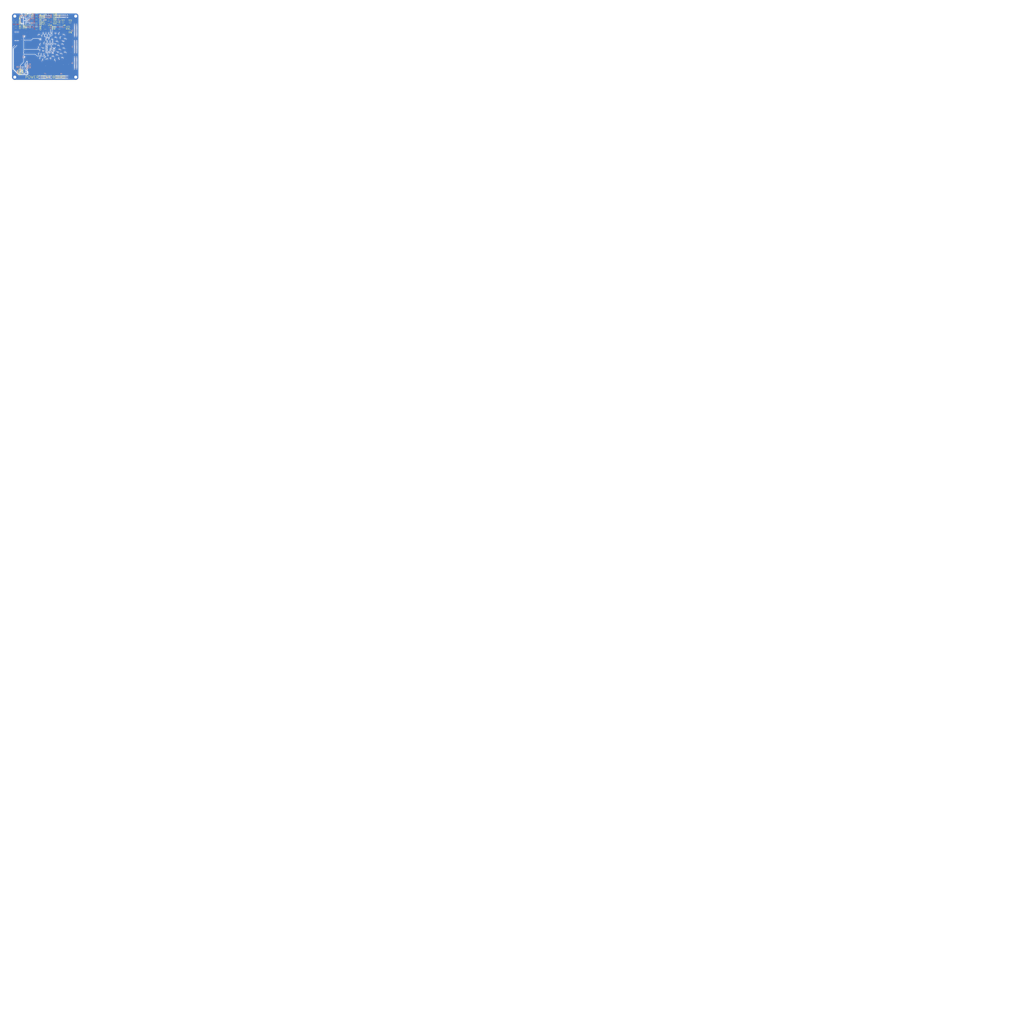
<source format=kicad_pcb>
(kicad_pcb (version 20241229) (generator "pcbnew") (generator_version "9.0")
  (layers (0 "F.Cu" jumper) (4 "In1.Cu" power) (6 "In2.Cu" signal) (8 "In3.Cu" power) (10 "In4.Cu" signal) (12 "In5.Cu" power) (14 "In6.Cu" signal) (2 "B.Cu" power) (13 "F.Paste" user) (15 "B.Paste" user) (5 "F.SilkS" user "F.Silkscreen") (7 "B.SilkS" user "B.Silkscreen") (1 "F.Mask" user) (3 "B.Mask" user) (25 "Edge.Cuts" user))
  (net 0 "")
  (net 1 "Net-(U5-LXS)")
  (net 2 "Net-(U5-ILIM)")
  (net 3 "GND")
  (net 4 "+1V35")
  (net 5 "VBANK15")
  (net 6 "VBANK13")
  (net 7 "+1V0")
  (net 8 "VBANK14")
  (net 9 "VBANK16")
  (net 10 "+1V8")
  (net 11 "Net-(U5-SS)")
  (net 12 "Net-(L1-Pad1)")
  (net 13 "+3V3")
  (net 14 "+5V")
  (net 20 "/DDR_VREF")
  (net 21 "Net-(R6-Pad1)")
  (net 22 "Net-(U5-TON)")
  (net 23 "Net-(U5-FB)")
  (net 24 "Net-(U5-BST)")
  (net 25 "Net-(U5-LXBST)")
  (net 31 "/DDR3/V_{TT}")
  (net 32 "Net-(U7-SW)")
  (net 33 "Net-(U8-SW)")
  (net 36 "Net-(U7-FB)")
  (net 37 "Net-(U8-FB)")
  (net 38 "Net-(U9-REFIN)")
  (net 40 "MTGAVCC")
  (net 41 "MTGAVTT")
  (net 42 "Net-(U6-SENSE{slash}ADJ)")
  (net 43 "Net-(U10-SENSE{slash}ADJ)")
  (footprint "Package_TO_SOT_SMD:SOT-563" (layer "F.Cu") (at 102.4 78 180)
    (property "Reference" "U8")
    (property "Value" "TLV62569PDRLR")
  )
  (footprint "Capacitor_SMD:C_1206_3216Metric" (layer "F.Cu") (at 93.5 84 180)
    (property "Reference" "C93")
    (property "Value" "100uF")
  )
  (footprint "TestPoint:TestPoint_Pad_D1.0mm" (layer "F.Cu") (at 109.4 81.7 -90)
    (property "Reference" "TP4")
    (property "Value" "TestPoint")
  )
  (footprint "RobotMan2412:RobotMan2412_5mm" (layer "F.Cu") (at 81.5 118.5)
    (property "Reference" "REF**" (hide yes))
    (property "Value" "RobotMan2412_5mm")
  )
  (footprint "TestPoint:TestPoint_Pad_D1.0mm" (layer "F.Cu") (at 109.4 77.5 -90)
    (property "Reference" "TP5")
    (property "Value" "TestPoint")
  )
  (footprint "MountingHole:MountingHole_2.2mm_M2_DIN965_Pad" (layer "F.Cu") (at 122.5 77.5)
    (property "Reference" "H1" (hide yes))
    (property "Value" "MountingHole_Pad")
  )
  (footprint "Capacitor_SMD:C_1206_3216Metric" (layer "F.Cu") (at 78.2 85.6)
    (property "Reference" "C90")
    (property "Value" "100uF")
  )
  (footprint "Resistor_SMD:R_0402_1005Metric_Pad0.72x0.64mm_HandSolder" (layer "F.Cu") (at 103 86 90)
    (property "Reference" "R20")
    (property "Value" "160K")
  )
  (footprint "Resistor_SMD:R_0402_1005Metric_Pad0.72x0.64mm_HandSolder" (layer "F.Cu") (at 114.5 86 -90)
    (property "Reference" "R13")
    (property "Value" "37K5")
  )
  (footprint "TestPoint:TestPoint_Pad_D1.0mm" (layer "F.Cu") (at 82.9 85.6 -90)
    (property "Reference" "TP6")
    (property "Value" "TestPoint")
  )
  (footprint "Resistor_SMD:R_0402_1005Metric_Pad0.72x0.64mm_HandSolder" (layer "F.Cu") (at 113.5 86 90)
    (property "Reference" "R14")
    (property "Value" "160K")
  )
  (footprint "TestPoint:TestPoint_Pad_D1.0mm" (layer "F.Cu") (at 118.4 88.2 180)
    (property "Reference" "TP8")
    (property "Value" "TestPoint")
  )
  (footprint "Capacitor_SMD:C_0402_1005Metric" (layer "F.Cu") (at 104.85 76.35)
    (property "Reference" "C96")
    (property "Value" "100nF")
  )
  (footprint "MountingHole:MountingHole_2.2mm_M2_DIN965_Pad" (layer "F.Cu") (at 77.5 77.5)
    (property "Reference" "H2" (hide yes))
    (property "Value" "MountingHole_Pad")
  )
  (footprint "Capacitor_SMD:C_1206_3216Metric" (layer "F.Cu") (at 93.5 86.5 180)
    (property "Reference" "C89")
    (property "Value" "100uF")
  )
  (footprint "Package_TO_SOT_SMD:TSOT-23-5" (layer "F.Cu") (at 100 85.5)
    (property "Reference" "U10")
    (property "Value" "RS3236-ADJ8YF5")
  )
  (footprint "TestPoint:TestPoint_Pad_D1.0mm" (layer "F.Cu") (at 118.4 82.1)
    (property "Reference" "TP3")
    (property "Value" "TestPoint")
  )
  (footprint "Resistor_SMD:R_0402_1005Metric_Pad0.72x0.64mm_HandSolder" (layer "F.Cu") (at 104 86 -90)
    (property "Reference" "R21")
    (property "Value" "77K")
  )
  (footprint "Capacitor_SMD:C_1206_3216Metric" (layer "F.Cu") (at 88.7 85.5)
    (property "Reference" "C87")
    (property "Value" "100uF")
  )
  (footprint "Resistor_SMD:R_0402_1005Metric_Pad0.72x0.64mm_HandSolder" (layer "F.Cu") (at 105.3 82.2 90)
    (property "Reference" "R12")
    (property "Value" "16K")
  )
  (footprint "Package_TO_SOT_SMD:TSOT-23-5" (layer "F.Cu") (at 110.5 85.5)
    (property "Reference" "U6")
    (property "Value" "RS3236-ADJ8YF5")
  )
  (footprint "Resistor_SMD:R_0402_1005Metric_Pad0.72x0.64mm_HandSolder" (layer "F.Cu") (at 105.3 78 90)
    (property "Reference" "R16")
    (property "Value" "10K")
  )
  (footprint "Package_TO_SOT_SMD:SOT-563" (layer "F.Cu") (at 102.4 82.2 180)
    (property "Reference" "U7")
    (property "Value" "TLV62569PDRLR")
  )
  (footprint "Capacitor_SMD:C_1206_3216Metric" (layer "F.Cu") (at 93.5 79 180)
    (property "Reference" "C88")
    (property "Value" "100uF")
  )
  (footprint "Capacitor_SMD:C_1206_3216Metric" (layer "F.Cu") (at 93.5 81.5 180)
    (property "Reference" "C92")
    (property "Value" "100uF")
  )
  (footprint "TestPoint:TestPoint_Pad_D1.0mm" (layer "F.Cu") (at 113.1 82.1)
    (property "Reference" "TP7")
    (property "Value" "TestPoint")
  )
  (footprint "Capacitor_SMD:C_0402_1005Metric" (layer "F.Cu") (at 100.5 78.2 -90)
    (property "Reference" "C95")
    (property "Value" "100nF")
  )
  (footprint "MountingHole:MountingHole_2.2mm_M2_DIN965_Pad" (layer "F.Cu") (at 122.5 122.5)
    (property "Reference" "H3" (hide yes))
    (property "Value" "MountingHole_Pad")
  )
  (footprint "MountingHole:MountingHole_2.2mm_M2_DIN965_Pad" (layer "F.Cu") (at 77.5 122.5)
    (property "Reference" "H4" (hide yes))
    (property "Value" "MountingHole_Pad")
  )
  (footprint "Resistor_SMD:R_0402_1005Metric_Pad0.72x0.64mm_HandSolder" (layer "F.Cu") (at 104.3 82.2 90)
    (property "Reference" "R11")
    (property "Value" "20K")
  )
  (footprint "Resistor_SMD:R_0402_1005Metric_Pad0.72x0.64mm_HandSolder" (layer "F.Cu") (at 104.3 78 90)
    (property "Reference" "R15")
    (property "Value" "20K")
  )
  (footprint "Capacitor_SMD:C_1206_3216Metric" (layer "F.Cu") (at 79.5 82 -90)
    (property "Reference" "C63")
    (property "Value" "100uF")
  )
  (footprint "Inductor_SMD:L_0603_1608Metric" (layer "F.Cu") (at 102.4 80.3)
    (property "Reference" "L3")
    (property "Value" "2.2uH")
  )
  (footprint "Capacitor_SMD:C_1206_3216Metric" (layer "F.Cu") (at 93.5 76.5 180)
    (property "Reference" "C91")
    (property "Value" "100uF")
  )
  (footprint "Capacitor_SMD:C_0402_1005Metric" (layer "F.Cu") (at 104.85 80.55)
    (property "Reference" "C94")
    (property "Value" "100nF")
  )
  (footprint "Capacitor_SMD:C_1206_3216Metric" (layer "F.Cu") (at 77 82 -90)
    (property "Reference" "C86")
    (property "Value" "100uF")
  )
  (footprint "Capacitor_SMD:C_0402_1005Metric" (layer "F.Cu") (at 100.5 82.4 -90)
    (property "Reference" "C61")
    (property "Value" "100nF")
  )
  (footprint "Inductor_SMD:L_7.3x7.3_H3.5" (layer "F.Cu") (at 86.1 80.3)
    (property "Reference" "L1")
    (property "Value" "2uH")
  )
  (footprint "Inductor_SMD:L_0603_1608Metric" (layer "F.Cu") (at 102.4 76.1)
    (property "Reference" "L4")
    (property "Value" "2.2uH")
  )
  (footprint "Capacitor_SMD:C_0402_1005Metric" (layer "B.Cu") (at 84.9 107.6 -90)
    (property "Reference" "C2")
    (property "Value" "1nF")
  )
  (footprint "Capacitor_SMD:C_0402_1005Metric" (layer "B.Cu") (at 109.5 104)
    (property "Reference" "C26" (hide yes))
    (property "Value" "22uF")
  )
  (footprint "Capacitor_SMD:C_0402_1005Metric" (layer "B.Cu") (at 98.5 101)
    (property "Reference" "C48" (hide yes))
    (property "Value" "22uF")
  )
  (footprint "Capacitor_SMD:C_0402_1005Metric" (layer "B.Cu") (at 114.5 104 180)
    (property "Reference" "C35" (hide yes))
    (property "Value" "22uF")
  )
  (footprint "Mezzanine:YXT-BB10-40P-02" (layer "B.Cu") (at 112 122.5 -90)
    (property "Reference" "J6")
    (property "Value" "Conn_02x20_Counter_Clockwise")
  )
  (footprint "Capacitor_SMD:C_0402_1005Metric" (layer "B.Cu") (at 103.5 98 90)
    (property "Reference" "C74" (hide yes))
    (property "Value" "22uF")
  )
  (footprint "Capacitor_SMD:C_0402_1005Metric" (layer "B.Cu") (at 104.5 102 -90)
    (property "Reference" "C32" (hide yes))
    (property "Value" "22uF")
  )
  (footprint "Capacitor_SMD:C_0402_1005Metric" (layer "B.Cu") (at 100.5 95 -90)
    (property "Reference" "C79" (hide yes))
    (property "Value" "22uF")
  )
  (footprint "Capacitor_SMD:C_0402_1005Metric" (layer "B.Cu") (at 107.5 93 180)
    (property "Reference" "C39" (hide yes))
    (property "Value" "22uF")
  )
  (footprint "Capacitor_SMD:C_0402_1005Metric" (layer "B.Cu") (at 101.5 102 90)
    (property "Reference" "C8" (hide yes))
    (property "Value" "22uF")
  )
  (footprint "Capacitor_SMD:C_0402_1005Metric" (layer "B.Cu") (at 109.5 99 180)
    (property "Reference" "C36" (hide yes))
    (property "Value" "22uF")
  )
  (footprint "Capacitor_SMD:C_0402_1005Metric" (layer "B.Cu") (at 110 90.5 -90)
    (property "Reference" "C19" (hide yes))
    (property "Value" "22uF")
  )
  (footprint "Resistor_SMD:R_0402_1005Metric" (layer "B.Cu") (at 85.5 115)
    (property "Reference" "R18")
    (property "Value" "10K")
  )
  (footprint "Mezzanine:YXT-BB10-40P-02" (layer "B.Cu") (at 122.5 100)
    (property "Reference" "J4")
    (property "Value" "Conn_02x20_Counter_Clockwise")
  )
  (footprint "Capacitor_SMD:C_0402_1005Metric" (layer "B.Cu") (at 101.5 92 -90)
    (property "Reference" "C81" (hide yes))
    (property "Value" "22uF")
  )
  (footprint "Capacitor_SMD:C_0402_1005Metric" (layer "B.Cu") (at 105.5 104)
    (property "Reference" "C73" (hide yes))
    (property "Value" "22uF")
  )
  (footprint "Mezzanine:YXT-BB10-40P-02" (layer "B.Cu") (at 100 122.5 -90)
    (property "Reference" "J7")
    (property "Value" "Conn_02x20_Counter_Clockwise")
  )
  (footprint "Capacitor_SMD:C_0402_1005Metric" (layer "B.Cu") (at 108.5 106 180)
    (property "Reference" "C44" (hide yes))
    (property "Value" "22uF")
  )
  (footprint "Capacitor_SMD:C_0402_1005Metric" (layer "B.Cu") (at 100.5 100 -90)
    (property "Reference" "C67" (hide yes))
    (property "Value" "22uF")
  )
  (footprint "Capacitor_SMD:C_0402_1005Metric" (layer "B.Cu") (at 104.5 98 -90)
    (property "Reference" "C68" (hide yes))
    (property "Value" "22uF")
  )
  (footprint "Capacitor_SMD:C_0402_1005Metric" (layer "B.Cu") (at 106.5 103)
    (property "Reference" "C10" (hide yes))
    (property "Value" "22uF")
  )
  (footprint "Capacitor_SMD:C_0402_1005Metric" (layer "B.Cu") (at 107.5 98)
    (property "Reference" "C21" (hide yes))
    (property "Value" "22uF")
  )
  (footprint "Capacitor_SMD:C_0402_1005Metric" (layer "B.Cu") (at 82.5 76 180)
    (property "Reference" "C58")
    (property "Value" "100nF")
  )
  (footprint "Capacitor_SMD:C_0402_1005Metric" (layer "B.Cu") (at 95 105.5 -90)
    (property "Reference" "C50" (hide yes))
    (property "Value" "22uF")
  )
  (footprint "Resistor_SMD:R_0402_1005Metric_Pad0.72x0.64mm_HandSolder" (layer "B.Cu") (at 85.5 76 180)
    (property "Reference" "R6")
    (property "Value" "75K")
  )
  (footprint "Capacitor_SMD:C_0402_1005Metric" (layer "B.Cu") (at 99 97.5 -90)
    (property "Reference" "C47" (hide yes))
    (property "Value" "22uF")
  )
  (footprint "Capacitor_SMD:C_0402_1005Metric" (layer "B.Cu") (at 105.5 96 90)
    (property "Reference" "C72" (hide yes))
    (property "Value" "22uF")
  )
  (footprint "Capacitor_SMD:C_0402_1005Metric" (layer "B.Cu") (at 96.5 95)
    (property "Reference" "C14" (hide yes))
    (property "Value" "22uF")
  )
  (footprint "Capacitor_SMD:C_0402_1005Metric" (layer "B.Cu") (at 101.5 104 90)
    (property "Reference" "C65" (hide yes))
    (property "Value" "22uF")
  )
  (footprint "Capacitor_SMD:C_0402_1005Metric" (layer "B.Cu") (at 113.5 101 180)
    (property "Reference" "C41" (hide yes))
    (property "Value" "22uF")
  )
  (footprint "Capacitor_SMD:C_0402_1005Metric" (layer "B.Cu") (at 103.5 104 90)
    (property "Reference" "C66" (hide yes))
    (property "Value" "22uF")
  )
  (footprint "Capacitor_SMD:C_0402_1005Metric" (layer "B.Cu") (at 102.5 94 90)
    (property "Reference" "C77" (hide yes))
    (property "Value" "22uF")
  )
  (footprint "Capacitor_SMD:C_0402_1005Metric" (layer "B.Cu") (at 101.5 109)
    (property "Reference" "C51" (hide yes))
    (property "Value" "22uF")
  )
  (footprint "Resistor_SMD:R_0402_1005Metric_Pad0.72x0.64mm_HandSolder" (layer "B.Cu") (at 88.7 76 180)
    (property "Reference" "R7")
    (property "Value" "300K")
  )
  (footprint "Mezzanine:YXT-BB10-40P-02" (layer "B.Cu") (at 100 77.5 -90)
    (property "Reference" "J1")
    (property "Value" "Conn_02x20_Counter_Clockwise")
  )
  (footprint "Capacitor_SMD:C_0402_1005Metric" (layer "B.Cu") (at 100.5 90 90)
    (property "Reference" "C84" (hide yes))
    (property "Value" "22uF")
  )
  (footprint "Capacitor_SMD:C_0402_1005Metric" (layer "B.Cu") (at 105.5 98 90)
    (property "Reference" "C11" (hide yes))
    (property "Value" "22uF")
  )
  (footprint "Capacitor_SMD:C_0402_1005Metric" (layer "B.Cu") (at 95 100.5 90)
    (property "Reference" "C49" (hide yes))
    (property "Value" "22uF")
  )
  (footprint "Capacitor_SMD:C_0402_1005Metric" (layer "B.Cu") (at 102.5 90 90)
    (property "Reference" "C85" (hide yes))
    (property "Value" "22uF")
  )
  (footprint "Capacitor_SMD:C_0402_1005Metric" (layer "B.Cu") (at 107 109.5 90)
    (property "Reference" "C45" (hide yes))
    (property "Value" "22uF")
  )
  (footprint "Resistor_SMD:R_0402_1005Metric_Pad0.72x0.64mm_HandSolder" (layer "B.Cu") (at 88.7 79)
    (property "Reference" "R9")
    (property "Value" "20K")
  )
  (footprint "Capacitor_SMD:C_0402_1005Metric" (layer "B.Cu") (at 104 108.5 90)
    (property "Reference" "C29" (hide yes))
    (property "Value" "22uF")
  )
  (footprint "Capacitor_SMD:C_0402_1005Metric" (layer "B.Cu") (at 97.5 92 -90)
    (property "Reference" "C82" (hide yes))
    (property "Value" "22uF")
  )
  (footprint "Capacitor_SMD:C_0402_1005Metric" (layer "B.Cu") (at 114.5 94 180)
    (property "Reference" "C42" (hide yes))
    (property "Value" "22uF")
  )
  (footprint "Capacitor_SMD:C_0402_1005Metric" (layer "B.Cu") (at 95.5 91)
    (property "Reference" "C13" (hide yes))
    (property "Value" "22uF")
  )
  (footprint "Capacitor_SMD:C_0402_1005Metric" (layer "B.Cu") (at 101.5 96 90)
    (property "Reference" "C70" (hide yes))
    (property "Value" "22uF")
  )
  (footprint "Capacitor_SMD:C_0402_1005Metric" (layer "B.Cu") (at 100.5 98 -90)
    (property "Reference" "C64" (hide yes))
    (property "Value" "22uF")
  )
  (footprint "Capacitor_SMD:C_0402_1005Metric" (layer "B.Cu") (at 113.5 91 180)
    (property "Reference" "C38" (hide yes))
    (property "Value" "22uF")
  )
  (footprint "Capacitor_SMD:C_0402_1005Metric" (layer "B.Cu") (at 111.5 105 180)
    (property "Reference" "C34" (hide yes))
    (property "Value" "22uF")
  )
  (footprint "Resistor_SMD:R_0402_1005Metric_Pad0.72x0.64mm_HandSolder" (layer "B.Cu") (at 85.4 85.6 180)
    (property "Reference" "R10")
    (property "Value" "75K")
  )
  (footprint "Mezzanine:YXT-BB10-40P-02" (layer "B.Cu") (at 122.5 112)
    (property "Reference" "J5")
    (property "Value" "Conn_02x20_Counter_Clockwise")
  )
  (footprint "Capacitor_SMD:C_0402_1005Metric" (layer "B.Cu") (at 110.5 102 180)
    (property "Reference" "C25" (hide yes))
    (property "Value" "22uF")
  )
  (footprint "Capacitor_SMD:C_0402_1005Metric" (layer "B.Cu") (at 106 101.5 -90)
    (property "Reference" "C71" (hide yes))
    (property "Value" "22uF")
  )
  (footprint "Capacitor_SMD:C_0402_1005Metric" (layer "B.Cu") (at 101 93.5 180)
    (property "Reference" "C78" (hide yes))
    (property "Value" "22uF")
  )
  (footprint "Mezzanine:YXT-BB10-40P-02" (layer "B.Cu") (at 112 77.5 -90)
    (property "Reference" "J2")
    (property "Value" "Conn_02x20_Counter_Clockwise")
  )
  (footprint "Capacitor_SMD:C_0402_1005Metric" (layer "B.Cu") (at 111 93.5 -90)
    (property "Reference" "C20" (hide yes))
    (property "Value" "22uF")
  )
  (footprint "Capacitor_SMD:C_0402_1005Metric" (layer "B.Cu") (at 102.5 98 -90)
    (property "Reference" "C69" (hide yes))
    (property "Value" "22uF")
  )
  (footprint "Resistor_SMD:R_0402_1005Metric" (layer "B.Cu") (at 85.5 113 180)
    (property "Reference" "R17")
    (property "Value" "10K")
  )
  (footprint "Capacitor_SMD:C_0402_1005Metric" (layer "B.Cu") (at 84.9 92.4 -90)
    (property "Reference" "C1")
    (property "Value" "1nF")
  )
  (footprint "Capacitor_SMD:C_0402_1005Metric" (layer "B.Cu") (at 98.5 103)
    (property "Reference" "C16" (hide yes))
    (property "Value" "22uF")
  )
  (footprint "Capacitor_SMD:C_0402_1005Metric" (layer "B.Cu") (at 97 105.5 90)
    (property "Reference" "C56" (hide yes))
    (property "Value" "1nF")
  )
  (footprint "Capacitor_SMD:C_0402_1005Metric" (layer "B.Cu") (at 107 101.5 -90)
    (property "Reference" "C40" (hide yes))
    (property "Value" "22uF")
  )
  (footprint "Capacitor_SMD:C_0402_1005Metric" (layer "B.Cu") (at 80.9 119.1 90)
    (property "Reference" "C99")
    (property "Value" "100nF")
  )
  (footprint "Capacitor_SMD:C_0402_1005Metric" (layer "B.Cu") (at 108.5 96 180)
    (property "Reference" "C37" (hide yes))
    (property "Value" "22uF")
  )
  (footprint "Capacitor_SMD:C_0402_1005Metric" (layer "B.Cu") (at 101.5 100 90)
    (property "Reference" "C9" (hide yes))
    (property "Value" "22uF")
  )
  (footprint "Capacitor_SMD:C_0402_1005Metric" (layer "B.Cu") (at 110 108.5 90)
    (property "Reference" "C28" (hide yes))
    (property "Value" "22uF")
  )
  (footprint "Mezzanine:YXT-BB10-40P-02" (layer "B.Cu") (at 122.5 88)
    (property "Reference" "J3")
    (property "Value" "Conn_02x20_Counter_Clockwise")
  )
  (footprint "Package_SON:VSON-10-1EP_3x3mm_P0.5mm_EP1.65x2.4mm" (layer "B.Cu") (at 84.5 118 180)
    (property "Reference" "U9")
    (property "Value" "TPS51200DRC")
  )
  (footprint "Capacitor_SMD:C_0402_1005Metric" (layer "B.Cu") (at 105.5 107 180)
    (property "Reference" "C43" (hide yes))
    (property "Value" "22uF")
  )
  (footprint "Capacitor_SMD:C_0402_1005Metric" (layer "B.Cu") (at 112.5 108 180)
    (property "Reference" "C24" (hide yes))
    (property "Value" "22uF")
  )
  (footprint "Capacitor_SMD:C_0402_1005Metric" (layer "B.Cu") (at 105 94.5 180)
    (property "Reference" "C27" (hide yes))
    (property "Value" "22uF")
  )
  (footprint "Capacitor_SMD:C_0402_1005Metric" (layer "B.Cu") (at 96 108.5 -90)
    (property "Reference" "C52" (hide yes))
    (property "Value" "22uF")
  )
  (footprint "Capacitor_SMD:C_0402_1005Metric" (layer "B.Cu") (at 98 109.5 90)
    (property "Reference" "C17" (hide yes))
    (property "Value" "22uF")
  )
  (footprint "Capacitor_SMD:C_0402_1005Metric" (layer "B.Cu") (at 104.5 100 -90)
    (property "Reference" "C31" (hide yes))
    (property "Value" "22uF")
  )
  (footprint "Capacitor_SMD:C_0402_1005Metric" (layer "B.Cu") (at 83.5 115 180)
    (property "Reference" "C100")
    (property "Value" "4.7uF")
  )
  (footprint "Capacitor_SMD:C_0402_1005Metric" (layer "B.Cu") (at 85.5 114 180)
    (property "Reference" "C98")
    (property "Value" "1nF")
  )
  (footprint "Capacitor_SMD:C_0402_1005Metric" (layer "B.Cu") (at 102 106.5 -90)
    (property "Reference" "C33" (hide yes))
    (property "Value" "100nF")
  )
  (footprint "Capacitor_SMD:C_0402_1005Metric" (layer "B.Cu") (at 103.5 102 90)
    (property "Reference" "C7" (hide yes))
    (property "Value" "22uF")
  )
  (footprint "Capacitor_SMD:C_0402_1005Metric" (layer "B.Cu") (at 113.5 96)
    (property "Reference" "C22" (hide yes))
    (property "Value" "22uF")
  )
  (footprint "Capacitor_SMD:C_0402_1005Metric" (layer "B.Cu") (at 103.5 92 90)
    (property "Reference" "C76" (hide yes))
    (property "Value" "22uF")
  )
  (footprint "Capacitor_SMD:C_0402_1005Metric" (layer "B.Cu") (at 112.5 98 180)
    (property "Reference" "C23" (hide yes))
    (property "Value" "22uF")
  )
  (footprint "Capacitor_SMD:C_0402_1005Metric" (layer "B.Cu") (at 99 105.5 90)
    (property "Reference" "C15" (hide yes))
    (property "Value" "22uF")
  )
  (footprint "Capacitor_SMD:C_0402_1005Metric" (layer "B.Cu") (at 99.5 108 180)
    (property "Reference" "C55" (hide yes))
    (property "Value" "1nF")
  )
  (footprint "Capacitor_SMD:C_0402_1005Metric" (layer "B.Cu") (at 103.5 96 90)
    (property "Reference" "C3" (hide yes))
    (property "Value" "22uF")
  )
  (footprint "Capacitor_SMD:C_0402_1005Metric" (layer "B.Cu") (at 100.5 102 -90)
    (property "Reference" "C5" (hide yes))
    (property "Value" "22uF")
  )
  (footprint "Resistor_SMD:R_0402_1005Metric_Pad0.72x0.64mm_HandSolder" (layer "B.Cu") (at 88.7 77.5 180)
    (property "Reference" "R8")
    (property "Value" "30K")
  )
  (footprint "Capacitor_SMD:C_0402_1005Metric" (layer "B.Cu") (at 102.5 104 -90)
    (property "Reference" "C6" (hide yes))
    (property "Value" "22uF")
  )
  (footprint "Capacitor_SMD:C_0402_1005Metric" (layer "B.Cu") (at 99.5 92 90)
    (property "Reference" "C75" (hide yes))
    (property "Value" "22uF")
  )
  (footprint "Capacitor_SMD:C_0402_1005Metric" (layer "B.Cu") (at 88.7 82.7)
    (property "Reference" "C59")
    (property "Value" "100nF")
  )
  (footprint "Capacitor_SMD:C_0402_1005Metric" (layer "B.Cu") (at 107.5 90 180)
    (property "Reference" "C18" (hide yes))
    (property "Value" "22uF")
  )
  (footprint "Capacitor_SMD:C_0402_1005Metric" (layer "B.Cu") (at 101.5 98 90)
    (property "Reference" "C4" (hide yes))
    (property "Value" "22uF")
  )
  (footprint "Capacitor_SMD:C_0402_1005Metric" (layer "B.Cu") (at 96 98.5 -90)
    (property "Reference" "C12" (hide yes))
    (property "Value" "22uF")
  )
  (footprint "Capacitor_SMD:C_0402_1005Metric" (layer "B.Cu") (at 96 102.5 -90)
    (property "Reference" "C54" (hide yes))
    (property "Value" "1nF")
  )
  (footprint "Capacitor_SMD:C_0402_1005Metric" (layer "B.Cu") (at 104.5 90 90)
    (property "Reference" "C80" (hide yes))
    (property "Value" "22uF")
  )
  (footprint "Capacitor_SMD:C_0402_1005Metric" (layer "B.Cu") (at 105.5 105 180)
    (property "Reference" "C46" (hide yes))
    (property "Value" "22uF")
  )
  (footprint "Capacitor_SMD:C_0402_1005Metric" (layer "B.Cu") (at 98.5 90 90)
    (property "Reference" "C83" (hide yes))
    (property "Value" "22uF")
  )
  (footprint "SIC402:SIC402" (layer "B.Cu") (at 83.65 80.75 180)
    (property "Reference" "U5")
    (property "Value" "SIC402")
  )
  (footprint "Capacitor_SMD:C_0402_1005Metric" (layer "B.Cu") (at 96.5 94)
    (property "Reference" "C53" (hide yes))
    (property "Value" "1nF")
  )
  (footprint "Capacitor_SMD:C_0402_1005Metric" (layer "B.Cu") (at 100.5 104 -90)
    (property "Reference" "C30" (hide yes))
    (property "Value" "22uF")
  )
  (gr_line (start 77.5 125) (end 122.5 125) (stroke (width 0.1)) (layer "Edge.Cuts"))
  (gr_arc (start 122.5 75) (mid 124.267767 75.732233) (end 125 77.5) (stroke (width 0.1)) (layer "Edge.Cuts"))
  (gr_arc (start 77.5 125) (mid 75.732233 124.267767) (end 75 122.5) (stroke (width 0.1)) (layer "Edge.Cuts"))
  (gr_line (start 75 77.5) (end 75 122.5) (stroke (width 0.1)) (layer "Edge.Cuts"))
  (gr_arc (start 75 77.5) (mid 75.732233 75.732233) (end 77.5 75) (stroke (width 0.1)) (layer "Edge.Cuts"))
  (gr_line (start 122.5 75) (end 77.5 75) (stroke (width 0.1)) (layer "Edge.Cuts"))
  (gr_arc (start 125 122.5) (mid 124.267767 124.267767) (end 122.5 125) (stroke (width 0.1)) (layer "Edge.Cuts"))
  (gr_line (start 125 122.5) (end 125 77.5) (stroke (width 0.1)) (layer "Edge.Cuts"))
  (gr_text "POWER TEST BOARD" (at 100 122.5 0) (layer "F.SilkS") (effects (font (size 2 2) (thickness 0.2))))
  (segment (start 83.4 78.25) (end 83.4 76.42) (width 0.2) (layer "B.Cu") (net 1))
  (segment (start 83.4 76.42) (end 82.98 76) (width 0.2) (layer "B.Cu") (net 1))
  (segment (start 82.9 78.25) (end 82.9 76.88) (width 0.2) (layer "B.Cu") (net 2))
  (segment (start 82.9 76.88) (end 82.02 76) (width 0.2) (layer "B.Cu") (net 2))
  (segment (start 101.07 83.45) (end 100.5 82.88) (width 0.2) (layer "F.Cu") (net 3))
  (segment (start 101.07 79.25) (end 100.5 78.68) (width 0.2) (layer "F.Cu") (net 3))
  (segment (start 105.3 78.5975) (end 105.3 78.5975) (width 0.2) (layer "F.Cu") (net 3))
  (segment (start 105.9 77.9975) (end 105.3 78.5975) (width 0.2) (layer "F.Cu") (net 3))
  (segment (start 102.4 83.45) (end 104.6475 83.45) (width 0.2) (layer "F.Cu") (net 3))
  (segment (start 105.3 78.6) (end 105.3 78.5975) (width 0.2) (layer "F.Cu") (net 3))
  (segment (start 102.4 79.25) (end 101.07 79.25) (width 0.2) (layer "F.Cu") (net 3))
  (segment (start 105.9 82.1975) (end 105.3 82.7975) (width 0.2) (layer "F.Cu") (net 3))
  (segment (start 105.3 82.8) (end 105.3 82.7975) (width 0.2) (layer "F.Cu") (net 3))
  (segment (start 102.4 86) (end 101.9 85.5) (width 0.15) (layer "F.Cu") (net 3))
  (segment (start 105.9 76.92) (end 105.9 77.9975) (width 0.2) (layer "F.Cu") (net 3))
  (segment (start 112.4 85.5) (end 109.3625 85.5) (width 0.15) (layer "F.Cu") (net 3))
  (segment (start 102.4 82.45) (end 102.4 83.45) (width 0.2) (layer "F.Cu") (net 3))
  (segment (start 105.33 76.35) (end 105.9 76.92) (width 0.2) (layer "F.Cu") (net 3))
  (segment (start 105.2975 78.6) (end 105.3 78.6) (width 0.2) (layer "F.Cu") (net 3))
  (segment (start 95 86.5) (end 95 76.5) (width 0.5) (layer "F.Cu") (net 3))
  (segment (start 105.9 81.12) (end 105.9 82.1975) (width 0.2) (layer "F.Cu") (net 3))
  (segment (start 104 85.4025) (end 103.4025 86) (width 0.15) (layer "F.Cu") (net 3))
  (segment (start 102.4 83.45) (end 101.07 83.45) (width 0.2) (layer "F.Cu") (net 3))
  (segment (start 103.4025 86) (end 102.4 86) (width 0.15) (layer "F.Cu") (net 3))
  (segment (start 102.4 79.25) (end 104.6475 79.25) (width 0.2) (layer "F.Cu") (net 3))
  (segment (start 103.15 78) (end 102.65 78) (width 0.2) (layer "F.Cu") (net 3))
  (segment (start 102.65 78) (end 102.4 78.25) (width 0.2) (layer "F.Cu") (net 3))
  (segment (start 104.6475 83.45) (end 105.2975 82.8) (width 0.2) (layer "F.Cu") (net 3))
  (segment (start 112.9 86) (end 112.4 85.5) (width 0.15) (layer "F.Cu") (net 3))
  (segment (start 105.2975 82.8) (end 105.3 82.8) (width 0.2) (layer "F.Cu") (net 3))
  (segment (start 103.15 82.2) (end 102.65 82.2) (width 0.2) (layer "F.Cu") (net 3))
  (segment (start 104.6475 79.25) (end 105.2975 78.6) (width 0.2) (layer "F.Cu") (net 3))
  (segment (start 102.65 82.2) (end 102.4 82.45) (width 0.2) (layer "F.Cu") (net 3))
  (segment (start 101.9 85.5) (end 98.8625 85.5) (width 0.15) (layer "F.Cu") (net 3))
  (segment (start 114.5 85.4025) (end 113.9025 86) (width 0.15) (layer "F.Cu") (net 3))
  (segment (start 105.3 82.7975) (end 105.3 82.7975) (width 0.2) (layer "F.Cu") (net 3))
  (segment (start 105.33 80.55) (end 105.9 81.12) (width 0.2) (layer "F.Cu") (net 3))
  (segment (start 113.9025 86) (end 112.9 86) (width 0.15) (layer "F.Cu") (net 3))
  (segment (start 102.4 78.25) (end 102.4 79.25) (width 0.2) (layer "F.Cu") (net 3))
  (via (at 95 82) (size 0.4) (drill 0.2) (layers "F.Cu" "B.Cu") (net 3))
  (via (at 86.9 94.8) (size 0.25) (drill 0.15) (layers "F.Cu" "B.Cu") (net 3))
  (via (at 86.1 90) (size 0.25) (drill 0.15) (layers "F.Cu" "B.Cu") (net 3))
  (via (at 102.5 89.5) (size 0.3) (drill 0.15) (layers "F.Cu" "B.Cu") (net 3))
  (via (at 104.5 89.5) (size 0.3) (drill 0.15) (layers "F.Cu" "B.Cu") (net 3))
  (via (at 104.5 106.5) (size 0.3) (drill 0.15) (layers "F.Cu" "B.Cu") (net 3))
  (via (at 100.5 104.5) (size 0.3) (drill 0.15) (layers "F.Cu" "B.Cu") (net 3))
  (via (at 98.5 95.5) (size 0.3) (drill 0.15) (layers "F.Cu" "B.Cu") (net 3))
  (via (at 88.5 95.6) (size 0.25) (drill 0.15) (layers "F.Cu" "B.Cu") (net 3))
  (via (at 85 118.9) (size 0.4) (drill 0.2) (layers "F.Cu" "B.Cu") (net 3))
  (via (at 105.5 109.5) (size 0.3) (drill 0.15) (layers "F.Cu" "B.Cu") (net 3))
  (via (at 101.5 92.5) (size 0.3) (drill 0.15) (layers "F.Cu" "B.Cu") (net 3))
  (via (at 76.1 90.9) (size 0.25) (drill 0.15) (layers "F.Cu" "B.Cu") (net 3))
  (via (at 112.5 110.5) (size 0.3) (drill 0.15) (layers "F.Cu" "B.Cu") (net 3))
  (via (at 77.3 114.1) (size 0.4) (drill 0.2) (layers "F.Cu" "B.Cu") (net 3))
  (via (at 108.5 108.5) (size 0.3) (drill 0.15) (layers "F.Cu" "B.Cu") (net 3))
  (via (at 101.5 99.5) (size 0.3) (drill 0.15) (layers "F.Cu" "B.Cu") (net 3))
  (via (at 84.4 76.7) (size 0.4) (drill 0.2) (layers "F.Cu" "B.Cu") (net 3))
  (via (at 105.5 89.5) (size 0.3) (drill 0.15) (layers "F.Cu" "B.Cu") (net 3))
  (via (at 102.5 102.5) (size 0.3) (drill 0.15) (layers "F.Cu" "B.Cu") (net 3))
  (via (at 105.5 103.5) (size 0.3) (drill 0.15) (layers "F.Cu" "B.Cu") (net 3))
  (via (at 105.3 82.8) (size 0.4) (drill 0.2) (layers "F.Cu" "B.Cu") (net 3))
  (via (at 105.5 93.5) (size 0.3) (drill 0.15) (layers "F.Cu" "B.Cu") (net 3))
  (via (at 113.4 113.4) (size 0.4) (drill 0.2) (layers "F.Cu" "B.Cu") (net 3))
  (via (at 98.5 75.8) (size 0.4) (drill 0.2) (layers "F.Cu" "B.Cu") (net 3))
  (via (at 107.3 81.6) (size 0.25) (drill 0.15) (layers "F.Cu" "B.Cu") (net 3))
  (via (at 96.5 91.5) (size 0.3) (drill 0.15) (layers "F.Cu" "B.Cu") (net 3))
  (via (at 100.5 100.5) (size 0.3) (drill 0.15) (layers "F.Cu" "B.Cu") (net 3))
  (via (at 89.3 95.6) (size 0.25) (drill 0.15) (layers "F.Cu" "B.Cu") (net 3))
  (via (at 102.5 110.5) (size 0.3) (drill 0.15) (layers "F.Cu" "B.Cu") (net 3))
  (via (at 88.7 76.75) (size 0.4) (drill 0.2) (layers "F.Cu" "B.Cu") (net 3))
  (via (at 80.5 89.2) (size 0.25) (drill 0.15) (layers "F.Cu" "B.Cu") (net 3))
  (via (at 114.5 96.5) (size 0.3) (drill 0.15) (layers "F.Cu" "B.Cu") (net 3))
  (via (at 95.5 99.5) (size 0.3) (drill 0.15) (layers "F.Cu" "B.Cu") (net 3))
  (via (at 105.5 91.5) (size 0.3) (drill 0.15) (layers "F.Cu" "B.Cu") (net 3))
  (via (at 76.1 93.6) (size 0.25) (drill 0.15) (layers "F.Cu" "B.Cu") (net 3))
  (via (at 80.5 95.6) (size 0.25) (drill 0.15) (layers "F.Cu" "B.Cu") (net 3))
  (via (at 80.9 121.5) (size 0.4) (drill 0.2) (layers "F.Cu" "B.Cu") (net 3))
  (via (at 112.5 100.5) (size 0.3) (drill 0.15) (layers "F.Cu" "B.Cu") (net 3))
  (via (at 77.3 100) (size 0.25) (drill 0.15) (layers "F.Cu" "B.Cu") (net 3))
  (via (at 84.6 79.85) (size 0.4) (drill 0.2) (layers "F.Cu" "B.Cu") (net 3))
  (via (at 81 116.1) (size 0.25) (drill 0.15) (layers "F.Cu" "B.Cu") (net 3))
  (via (at 122.5 106) (size 0.4) (drill 0.2) (layers "F.Cu" "B.Cu") (net 3))
  (via (at 100.4 114.2) (size 0.4) (drill 0.2) (layers "F.Cu" "B.Cu") (net 3))
  (via (at 80 80.5) (size 0.4) (drill 0.2) (layers "F.Cu" "B.Cu") (net 3))
  (via (at 101.4 124.2) (size 0.4) (drill 0.2) (layers "F.Cu" "B.Cu") (net 3))
  (via (at 108.6 88.6) (size 0.25) (drill 0.15) (layers "F.Cu" "B.Cu") (net 3))
  (via (at 99.5 101.5) (size 0.3) (drill 0.15) (layers "F.Cu" "B.Cu") (net 3))
  (via (at 96.2 87.3) (size 0.4) (drill 0.2) (layers "F.Cu" "B.Cu") (net 3))
  (via (at 114.4 80.4) (size 0.25) (drill 0.15) (layers "F.Cu" "B.Cu") (net 3))
  (via (at 89.3 77.5) (size 0.4) (drill 0.2) (layers "F.Cu" "B.Cu") (net 3))
  (via (at 110.3 81.8) (size 0.25) (drill 0.15) (layers "F.Cu" "B.Cu") (net 3))
  (via (at 94.8 78.5) (size 0.4) (drill 0.2) (layers "F.Cu" "B.Cu") (net 3))
  (via (at 102.5 96.5) (size 0.3) (drill 0.15) (layers "F.Cu" "B.Cu") (net 3))
  (via (at 106.5 102.5) (size 0.3) (drill 0.15) (layers "F.Cu" "B.Cu") (net 3))
  (via (at 103.5 97.5) (size 0.3) (drill 0.15) (layers "F.Cu" "B.Cu") (net 3))
  (via (at 108.5 98.5) (size 0.3) (drill 0.15) (layers "F.Cu" "B.Cu") (net 3))
  (via (at 102.2 124.2) (size 0.4) (drill 0.2) (layers "F.Cu" "B.Cu") (net 3))
  (via (at 86.1 105.2) (size 0.25) (drill 0.15) (layers "F.Cu" "B.Cu") (net 3))
  (via (at 87 82.6) (size 0.25) (drill 0.15) (layers "F.Cu" "B.Cu") (net 3))
  (via (at 100.5 102.5) (size 0.3) (drill 0.15) (layers "F.Cu" "B.Cu") (net 3))
  (via (at 97.8 83.4) (size 0.4) (drill 0.2) (layers "F.Cu" "B.Cu") (net 3))
  (via (at 113.5 93.5) (size 0.3) (drill 0.15) (layers "F.Cu" "B.Cu") (net 3))
  (via (at 87.2 85.3) (size 0.4) (drill 0.2) (layers "F.Cu" "B.Cu") (net 3))
  (via (at 120.1 94.4) (size 0.4) (drill 0.2) (layers "F.Cu" "B.Cu") (net 3))
  (via (at 98.5 93.5) (size 0.3) (drill 0.15) (layers "F.Cu" "B.Cu") (net 3))
  (via (at 86 78.4) (size 0.4) (drill 0.2) (layers "F.Cu" "B.Cu") (net 3))
  (via (at 89.3 76) (size 0.4) (drill 0.2) (layers "F.Cu" "B.Cu") (net 3))
  (via (at 81.3 78.4) (size 0.4) (drill 0.2) (layers "F.Cu" "B.Cu") (net 3))
  (via (at 88.5 106) (size 0.25) (drill 0.15) (layers "F.Cu" "B.Cu") (net 3))
  (via (at 102.5 93.5) (size 0.3) (drill 0.15) (layers "F.Cu" "B.Cu") (net 3))
  (via (at 99.5 95.5) (size 0.3) (drill 0.15) (layers "F.Cu" "B.Cu") (net 3))
  (via (at 107.2 84.9) (size 0.25) (drill 0.15) (layers "F.Cu" "B.Cu") (net 3))
  (via (at 109.4 75.8) (size 0.4) (drill 0.2) (layers "F.Cu" "B.Cu") (net 3))
  (via (at 97.8 79.2) (size 0.4) (drill 0.2) (layers "F.Cu" "B.Cu") (net 3))
  (via (at 103.8 124.2) (size 0.4) (drill 0.2) (layers "F.Cu" "B.Cu") (net 3))
  (via (at 80.5 104.4) (size 0.25) (drill 0.15) (layers "F.Cu" "B.Cu") (net 3))
  (via (at 100.5 89.5) (size 0.3) (drill 0.15) (layers "F.Cu" "B.Cu") (net 3))
  (via (at 82.9 90) (size 0.25) (drill 0.15) (layers "F.Cu" "B.Cu") (net 3))
  (via (at 87.8 81.8) (size 0.4) (drill 0.2) (layers "F.Cu" "B.Cu") (net 3))
  (via (at 101.5 107.5) (size 0.3) (drill 0.15) (layers "F.Cu" "B.Cu") (net 3))
  (via (at 86.1 102.6) (size 0.25) (drill 0.15) (layers "F.Cu" "B.Cu") (net 3))
  (via (at 104.5 94.5) (size 0.3) (drill 0.15) (layers "F.Cu" "B.Cu") (net 3))
  (via (at 105.5 90.5) (size 0.3) (drill 0.15) (layers "F.Cu" "B.Cu") (net 3))
  (via (at 99.5 91.5) (size 0.3) (drill 0.15) (layers "F.Cu" "B.Cu") (net 3))
  (via (at 111.5 97.5) (size 0.3) (drill 0.15) (layers "F.Cu" "B.Cu") (net 3))
  (via (at 104.5 114.9) (size 0.3) (drill 0.15) (layers "F.Cu" "B.Cu") (net 3))
  (via (at 96.5 102.5) (size 0.3) (drill 0.15) (layers "F.Cu" "B.Cu") (net 3))
  (via (at 77.3 95.6) (size 0.25) (drill 0.15) (layers "F.Cu" "B.Cu") (net 3))
  (via (at 88.7 78.25) (size 0.4) (drill 0.2) (layers "F.Cu" "B.Cu") (net 3))
  (via (at 104.5 93.5) (size 0.3) (drill 0.15) (layers "F.Cu" "B.Cu") (net 3))
  (via (at 113 75.8) (size 0.4) (drill 0.2) (layers "F.Cu" "B.Cu") (net 3))
  (via (at 104.5 104.5) (size 0.3) (drill 0.15) (layers "F.Cu" "B.Cu") (net 3))
  (via (at 104.5 102.5) (size 0.3) (drill 0.15) (layers "F.Cu" "B.Cu") (net 3))
  (via (at 82.9 108.2) (size 0.25) (drill 0.15) (layers "F.Cu" "B.Cu") (net 3))
  (via (at 84.5 89.2) (size 0.25) (drill 0.15) (layers "F.Cu" "B.Cu") (net 3))
  (via (at 98.5 108.5) (size 0.3) (drill 0.15) (layers "F.Cu" "B.Cu") (net 3))
  (via (at 114.1 81.4) (size 0.25) (drill 0.15) (layers "F.Cu" "B.Cu") (net 3))
  (via (at 87.8 80.5) (size 0.4) (drill 0.2) (layers "F.Cu" "B.Cu") (net 3))
  (via (at 77.3 110.8) (size 0.25) (drill 0.15) (layers "F.Cu" "B.Cu") (net 3))
  (via (at 85.1 80.4) (size 0.4) (drill 0.2) (layers "F.Cu" "B.Cu") (net 3))
  (via (at 84.5 110) (size 0.25) (drill 0.15) (layers "F.Cu" "B.Cu") (net 3))
  (via (at 114.5 106.5) (size 0.3) (drill 0.15) (layers "F.Cu" "B.Cu") (net 3))
  (via (at 100.5 98.5) (size 0.3) (drill 0.15) (layers "F.Cu" "B.Cu") (net 3))
  (via (at 86.1 110) (size 0.25) (drill 0.15) (layers "F.Cu" "B.Cu") (net 3))
  (via (at 85.3 110.8) (size 0.25) (drill 0.15) (layers "F.Cu" "B.Cu") (net 3))
  (via (at 96.2 85.7) (size 0.4) (drill 0.2) (layers "F.Cu" "B.Cu") (net 3))
  (via (at 113.5 103.5) (size 0.3) (drill 0.15) (layers "F.Cu" "B.Cu") (net 3))
  (via (at 98.5 98.5) (size 0.3) (drill 0.15) (layers "F.Cu" "B.Cu") (net 3))
  (via (at 112.2 81.6) (size 0.25) (drill 0.15) (layers "F.Cu" "B.Cu") (net 3))
  (via (at 94.5 106.5) (size 0.3) (drill 0.15) (layers "F.Cu" "B.Cu") (net 3))
  (via (at 83.9 77.4) (size 0.4) (drill 0.2) (layers "F.Cu" "B.Cu") (net 3))
  (via (at 80.5 110.8) (size 0.25) (drill 0.15) (layers "F.Cu" "B.Cu") (net 3))
  (via (at 103.5 91.5) (size 0.3) (drill 0.15) (layers "F.Cu" "B.Cu") (net 3))
  (via (at 97.8 80.5) (size 0.4) (drill 0.2) (layers "F.Cu" "B.Cu") (net 3))
  (via (at 103 124.2) (size 0.4) (drill 0.2) (layers "F.Cu" "B.Cu") (net 3))
  (via (at 105.5 92.5) (size 0.3) (drill 0.15) (layers "F.Cu" "B.Cu") (net 3))
  (via (at 85.4 77.4) (size 0.4) (drill 0.2) (layers "F.Cu" "B.Cu") (net 3))
  (via (at 86.1 104.4) (size 0.25) (drill 0.15) (layers "F.Cu" "B.Cu") (net 3))
  (via (at 104.5 98.5) (size 0.3) (drill 0.15) (layers "F.Cu" "B.Cu") (net 3))
  (via (at 105.3 78.6) (size 0.4) (drill 0.2) (layers "F.Cu" "B.Cu") (net 3))
  (via (at 111.8 75.8) (size 0.4) (drill 0.2) (layers "F.Cu" "B.Cu") (net 3))
  (via (at 79 80.5) (size 0.4) (drill 0.2) (layers "F.Cu" "B.Cu") (net 3))
  (via (at 104.5 96.5) (size 0.3) (drill 0.15) (layers "F.Cu" "B.Cu") (net 3))
  (via (at 103.5 95.5) (size 0.3) (drill 0.15) (layers "F.Cu" "B.Cu") (net 3))
  (via (at 82.9 94.8) (size 0.25) (drill 0.15) (layers "F.Cu" "B.Cu") (net 3))
  (via (at 101.5 95.5) (size 0.3) (drill 0.15) (layers "F.Cu" "B.Cu") (net 3))
  (via (at 96.5 92.5) (size 0.3) (drill 0.15) (layers "F.Cu" "B.Cu") (net 3))
  (via (at 110.5 104.5) (size 0.3) (drill 0.15) (layers "F.Cu" "B.Cu") (net 3))
  (via (at 85 117.1) (size 0.4) (drill 0.2) (layers "F.Cu" "B.Cu") (net 3))
  (via (at 97.1 75.8) (size 0.4) (drill 0.2) (layers "F.Cu" "B.Cu") (net 3))
  (via (at 84.5 94.8) (size 0.25) (drill 0.15) (layers "F.Cu" "B.Cu") (net 3))
  (via (at 102.5 104.5) (size 0.3) (drill 0.15) (layers "F.Cu" "B.Cu") (net 3))
  (via (at 115.4 75.8) (size 0.4) (drill 0.2) (layers "F.Cu" "B.Cu") (net 3))
  (via (at 98.5 94.5) (size 0.3) (drill 0.15) (layers "F.Cu" "B.Cu") (net 3))
  (via (at 110.5 94.5) (size 0.3) (drill 0.15) (layers "F.Cu" "B.Cu") (net 3))
  (via (at 95.5 109.5) (size 0.3) (drill 0.15) (layers "F.Cu" "B.Cu") (net 3))
  (via (at 85.3 101.4) (size 0.25) (drill 0.15) (layers "F.Cu" "B.Cu") (net 3))
  (via (at 103.5 103.5) (size 0.3) (drill 0.15) (layers "F.Cu" "B.Cu") (net 3))
  (via (at 95 86) (size 0.4) (drill 0.2) (layers "F.Cu" "B.Cu") (net 3))
  (via (at 86.1 101.4) (size 0.25) (drill 0.15) (layers "F.Cu" "B.Cu") (net 3))
  (via (at 76.4 85.4) (size 0.4) (drill 0.2) (layers "F.Cu" "B.Cu") (net 3))
  (via (at 98.5 89.5) (size 0.3) (drill 0.15) (layers "F.Cu" "B.Cu") (net 3))
  (via (at 97.8 77.5) (size 0.4) (drill 0.2) (layers "F.Cu" "B.Cu") (net 3))
  (via (at 102.5 101.5) (size 0.3) (drill 0.15) (layers "F.Cu" "B.Cu") (net 3))
  (via (at 85.1 79.3) (size 0.4) (drill 0.2) (layers "F.Cu" "B.Cu") (net 3))
  (via (at 105.5 97.5) (size 0.3) (drill 0.15) (layers "F.Cu" "B.Cu") (net 3))
  (via (at 110.6 75.8) (size 0.4) (drill 0.2) (layers "F.Cu" "B.Cu") (net 3))
  (via (at 104.5 100.5) (size 0.3) (drill 0.15) (layers "F.Cu" "B.Cu") (net 3))
  (via (at 102.5 99.5) (size 0.3) (drill 0.15) (layers "F.Cu" "B.Cu") (net 3))
  (via (at 97.5 92.5) (size 0.3) (drill 0.15) (layers "F.Cu" "B.Cu") (net 3))
  (via (at 100.6 124.2) (size 0.4) (drill 0.2) (layers "F.Cu" "B.Cu") (net 3))
  (via (at 83.7 92.7) (size 0.25) (drill 0.15) (layers "F.Cu" "B.Cu") (net 3))
  (via (at 100.5 93.5) (size 0.3) (drill 0.15) (layers "F.Cu" "B.Cu") (net 3))
  (via (at 102.5 95.5) (size 0.3) (drill 0.15) (layers "F.Cu" "B.Cu") (net 3))
  (via (at 89.3 110.8) (size 0.25) (drill 0.15) (layers "F.Cu" "B.Cu") (net 3))
  (via (at 97.5 105.5) (size 0.3) (drill 0.15) (layers "F.Cu" "B.Cu") (net 3))
  (via (at 86.9 89.2) (size 0.25) (drill 0.15) (layers "F.Cu" "B.Cu") (net 3))
  (via (at 85.3 102.6) (size 0.25) (drill 0.15) (layers "F.Cu" "B.Cu") (net 3))
  (via (at 81.3 100.1975) (size 0.25) (drill 0.15) (layers "F.Cu" "B.Cu") (net 3))
  (via (at 83.9 76) (size 0.4) (drill 0.2) (layers "F.Cu" "B.Cu") (net 3))
  (via (at 104.9 85.3) (size 0.25) (drill 0.15) (layers "F.Cu" "B.Cu") (net 3))
  (via (at 78.9 89.2) (size 0.25) (drill 0.15) (layers "F.Cu" "B.Cu") (net 3))
  (via (at 94.8 77) (size 0.4) (drill 0.2) (layers "F.Cu" "B.Cu") (net 3))
  (via (at 80.9 119.58) (size 0.4) (drill 0.2) (layers "F.Cu" "B.Cu") (net 3))
  (via (at 97.8 81.8) (size 0.4) (drill 0.2) (layers "F.Cu" "B.Cu") (net 3))
  (via (at 101.5 103.5) (size 0.3) (drill 0.15) (layers "F.Cu" "B.Cu") (net 3))
  (via (at 81.2 76) (size 0.4) (drill 0.2) (layers "F.Cu" "B.Cu") (net 3))
  (via (at 122.5 94) (size 0.4) (drill 0.2) (layers "F.Cu" "B.Cu") (net 3))
  (via (at 86.9 110) (size 0.25) (drill 0.15) (layers "F.Cu" "B.Cu") (net 3))
  (via (at 106.5 92.5) (size 0.3) (drill 0.15) (layers "F.Cu" "B.Cu") (net 3))
  (via (at 78 116.9) (size 0.4) (drill 0.2) (layers "F.Cu" "B.Cu") (net 3))
  (via (at 95 87) (size 0.4) (drill 0.2) (layers "F.Cu" "B.Cu") (net 3))
  (via (at 114.5 85.4025) (size 0.4) (drill 0.2) (layers "F.Cu" "B.Cu") (net 3))
  (via (at 84.5 104.4) (size 0.25) (drill 0.15) (layers "F.Cu" "B.Cu") (net 3))
  (via (at 94.5 96.5) (size 0.3) (drill 0.15) (layers "F.Cu" "B.Cu") (net 3))
  (via (at 84 118.9) (size 0.4) (drill 0.2) (layers "F.Cu" "B.Cu") (net 3))
  (via (at 77.5 80.5) (size 0.4) (drill 0.2) (layers "F.Cu" "B.Cu") (net 3))
  (via (at 109.5 91.5) (size 0.3) (drill 0.15) (layers "F.Cu" "B.Cu") (net 3))
  (via (at 108.2 75.8) (size 0.4) (drill 0.2) (layers "F.Cu" "B.Cu") (net 3))
  (via (at 82.9 105.2) (size 0.25) (drill 0.15) (layers "F.Cu" "B.Cu") (net 3))
  (via (at 78.9 110.8) (size 0.25) (drill 0.15) (layers "F.Cu" "B.Cu") (net 3))
  (via (at 88.5 104.4) (size 0.25) (drill 0.15) (layers "F.Cu" "B.Cu") (net 3))
  (via (at 84.5 110.8) (size 0.25) (drill 0.15) (layers "F.Cu" "B.Cu") (net 3))
  (via (at 77.3 89.2) (size 0.25) (drill 0.15) (layers "F.Cu" "B.Cu") (net 3))
  (via (at 95 76) (size 0.4) (drill 0.2) (layers "F.Cu" "B.Cu") (net 3))
  (via (at 86 121.5) (size 0.4) (drill 0.2) (layers "F.Cu" "B.Cu") (net 3))
  (via (at 87.2 86) (size 0.4) (drill 0.2) (layers "F.Cu" "B.Cu") (net 3))
  (via (at 78.9 95.6) (size 0.25) (drill 0.15) (layers "F.Cu" "B.Cu") (net 3))
  (via (at 96.5 90.5) (size 0.3) (drill 0.15) (layers "F.Cu" "B.Cu") (net 3))
  (via (at 76.5 80.5) (size 0.4) (drill 0.2) (layers "F.Cu" "B.Cu") (net 3))
  (via (at 107.5 105.5) (size 0.3) (drill 0.15) (layers "F.Cu" "B.Cu") (net 3))
  (via (at 105.5 95.5) (size 0.3) (drill 0.15) (layers "F.Cu" "B.Cu") (net 3))
  (via (at 119.1 95.5) (size 0.25) (drill 0.15) (layers "F.Cu" "B.Cu") (net 3))
  (via (at 95 79.5) (size 0.4) (drill 0.2) (layers "F.Cu" "B.Cu") (net 3))
  (via (at 78.1 99.2) (size 0.25) (drill 0.15) (layers "F.Cu" "B.Cu") (net 3))
  (via (at 95.5 89.5) (size 0.3) (drill 0.15) (layers "F.Cu" "B.Cu") (net 3))
  (via (at 84.5 118) (size 0.4) (drill 0.2) (layers "F.Cu" "B.Cu") (net 3))
  (via (at 114.2 75.8) (size 0.4) (drill 0.2) (layers "F.Cu" "B.Cu") (net 3))
  (via (at 82.1 92.7) (size 0.25) (drill 0.15) (layers "F.Cu" "B.Cu") (net 3))
  (via (at 77.1 85.4) (size 0.4) (drill 0.2) (layers "F.Cu" "B.Cu") (net 3))
  (via (at 97.5 93.5) (size 0.3) (drill 0.15) (layers "F.Cu" "B.Cu") (net 3))
  (via (at 103.5 100.5) (size 0.3) (drill 0.15) (layers "F.Cu" "B.Cu") (net 3))
  (via (at 88.5 110.8) (size 0.25) (drill 0.15) (layers "F.Cu" "B.Cu") (net 3))
  (via (at 86 119.6) (size 0.4) (drill 0.2) (layers "F.Cu" "B.Cu") (net 3))
  (via (at 115.5 109.5) (size 0.3) (drill 0.15) (layers "F.Cu" "B.Cu") (net 3))
  (via (at 86.9 104.4) (size 0.25) (drill 0.15) (layers "F.Cu" "B.Cu") (net 3))
  (via (at 104.6 87.5) (size 0.25) (drill 0.15) (layers "F.Cu" "B.Cu") (net 3))
  (via (at 118.4 82.1) (size 0.4) (drill 0.2) (layers "F.Cu" "B.Cu") (net 3))
  (via (at 76.1 99.5) (size 0.25) (drill 0.15) (layers "F.Cu" "B.Cu") (net 3))
  (via (at 84 117.1) (size 0.4) (drill 0.2) (layers "F.Cu" "B.Cu") (net 3))
  (via (at 100.5 96.5) (size 0.3) (drill 0.15) (layers "F.Cu" "B.Cu") (net 3))
  (via (at 102.5 98.5) (size 0.3) (drill 0.15) (layers "F.Cu" "B.Cu") (net 3))
  (via (at 118.5 85.8) (size 0.4) (drill 0.2) (layers "F.Cu" "B.Cu") (net 3))
  (via (at 106.5 80.05355) (size 0.25) (drill 0.15) (layers "F.Cu" "B.Cu") (net 3))
  (via (at 87.4 76.75) (size 0.4) (drill 0.2) (layers "F.Cu" "B.Cu") (net 3))
  (via (at 103.5 101.5) (size 0.3) (drill 0.15) (layers "F.Cu" "B.Cu") (net 3))
  (via (at 88.5 90.8) (size 0.25) (drill 0.15) (layers "F.Cu" "B.Cu") (net 3))
  (via (at 117.4 113.1) (size 0.4) (drill 0.2) (layers "F.Cu" "B.Cu") (net 3))
  (via (at 119 104) (size 0.4) (drill 0.2) (layers "F.Cu" "B.Cu") (net 3))
  (via (at 106 122.5) (size 0.4) (drill 0.2) (layers "F.Cu" "B.Cu") (net 3))
  (via (at 96.2 86.5) (size 0.4) (drill 0.2) (layers "F.Cu" "B.Cu") (net 3))
  (via (at 107.5 95.5) (size 0.3) (drill 0.15) (layers "F.Cu" "B.Cu") (net 3))
  (via (at 95 81) (size 0.4) (drill 0.2) (layers "F.Cu" "B.Cu") (net 3))
  (via (at 84.5 95.6) (size 0.25) (drill 0.15) (layers "F.Cu" "B.Cu") (net 3))
  (via (at 88.5 89.2) (size 0.25) (drill 0.15) (layers "F.Cu" "B.Cu") (net 3))
  (via (at 85.3 95.6) (size 0.25) (drill 0.15) (layers "F.Cu" "B.Cu") (net 3))
  (via (at 86.1 94.8) (size 0.25) (drill 0.15) (layers "F.Cu" "B.Cu") (net 3))
  (via (at 82.9 110) (size 0.25) (drill 0.15) (layers "F.Cu" "B.Cu") (net 3))
  (via (at 101.5 97.5) (size 0.3) (drill 0.15) (layers "F.Cu" "B.Cu") (net 3))
  (via (at 100.5 95.5) (size 0.3) (drill 0.15) (layers "F.Cu" "B.Cu") (net 3))
  (via (at 115.5 99.5) (size 0.3) (drill 0.15) (layers "F.Cu" "B.Cu") (net 3))
  (via (at 101.5 101.5) (size 0.3) (drill 0.15) (layers "F.Cu" "B.Cu") (net 3))
  (via (at 86.1 89.2) (size 0.25) (drill 0.15) (layers "F.Cu" "B.Cu") (net 3))
  (via (at 106.9 88.6) (size 0.25) (drill 0.15) (layers "F.Cu" "B.Cu") (net 3))
  (via (at 118.8 99.5) (size 0.25) (drill 0.15) (layers "F.Cu" "B.Cu") (net 3))
  (via (at 109.5 101.5) (size 0.3) (drill 0.15) (layers "F.Cu" "B.Cu") (net 3))
  (via (at 98.868717 85.506217) (size 0.4) (drill 0.2) (layers "F.Cu" "B.Cu") (net 3))
  (via (at 96.5 89.5) (size 0.3) (drill 0.15) (layers "F.Cu" "B.Cu") (net 3))
  (via (at 112.5 90.5) (size 0.3) (drill 0.15) (layers "F.Cu" "B.Cu") (net 3))
  (via (at 115.5 89.5) (size 0.3) (drill 0.15) (layers "F.Cu" "B.Cu") (net 3))
  (via (at 78.9 104.4) (size 0.25) (drill 0.15) (layers "F.Cu" "B.Cu") (net 3))
  (via (at 116.3 94.5) (size 0.25) (drill 0.15) (layers "F.Cu" "B.Cu") (net 3))
  (via (at 77.3 104.4) (size 0.25) (drill 0.15) (layers "F.Cu" "B.Cu") (net 3))
  (via (at 76.7 118.3) (size 0.4) (drill 0.2) (layers "F.Cu" "B.Cu") (net 3))
  (via (at 111.5 107.5) (size 0.3) (drill 0.15) (layers "F.Cu" "B.Cu") (net 3))
  (via (at 97.8 75.8) (size 0.4) (drill 0.2) (layers "F.Cu" "B.Cu") (net 3))
  (via (at 87.4 78.25) (size 0.4) (drill 0.2) (layers "F.Cu" "B.Cu") (net 3))
  (segment (start 100.5 100.5) (end 101.5 99.5) (width 0.2) (layer "B.Cu") (net 3))
  (segment (start 105.5 103.5) (end 106 104) (width 0.2) (layer "B.Cu") (net 3))
  (segment (start 102.5 102.5) (end 101.5 103.5) (width 0.2) (layer "B.Cu") (net 3))
  (segment (start 100.5 100.5) (end 101.5 101.5) (width 0.2) (layer "B.Cu") (net 3))
  (segment (start 103.5 103.5) (end 102.5 104.5) (width 0.2) (layer "B.Cu") (net 3))
  (segment (start 104.5 98.5) (end 104 99) (width 0.2) (layer "B.Cu") (net 3))
  (segment (start 100.5 89.5) (end 100 90) (width 0.2) (layer "B.Cu") (net 3))
  (segment (start 101.5 97.5) (end 102.5 96.5) (width 0.2) (layer "B.Cu") (net 3))
  (segment (start 101.5 97.5) (end 102.5 98.5) (width 0.2) (layer "B.Cu") (net 3))
  (segment (start 85.1 80.4) (end 85.2 80.5) (width 0.2) (layer "B.Cu") (net 3))
  (segment (start 84.6 78.8) (end 84.6 79.3) (width 0.2) (layer "B.Cu") (net 3))
  (segment (start 85.4 78.25) (end 85.4 78.6) (width 0.2) (layer "B.Cu") (net 3))
  (segment (start 104.5 102.5) (end 103.5 101.5) (width 0.2) (layer "B.Cu") (net 3))
  (segment (start 85.1 78.9) (end 85.1 79.3) (width 0.2) (layer "B.Cu") (net 3))
  (segment (start 86.15 80.5) (end 85.4 80.5) (width 0.2) (layer "B.Cu") (net 3))
  (segment (start 100.5 104.5) (end 101.5 103.5) (width 0.2) (layer "B.Cu") (net 3))
  (segment (start 103.5 97.5) (end 102.5 96.5) (width 0.2) (layer "B.Cu") (net 3))
  (segment (start 102.5 104.5) (end 101.5 103.5) (width 0.2) (layer "B.Cu") (net 3))
  (segment (start 85.4 78.6) (end 85.1 78.9) (width 0.2) (layer "B.Cu") (net 3))
  (segment (start 83.025 118) (end 84.5 118) (width 0.15) (layer "B.Cu") (net 3))
  (segment (start 100.5 98.5) (end 101.5 97.5) (width 0.2) (layer "B.Cu") (net 3))
  (segment (start 100.5 102.5) (end 101.5 101.5) (width 0.2) (layer "B.Cu") (net 3))
  (segment (start 84.6 79.3) (end 84.6 79.1) (width 0.2) (layer "B.Cu") (net 3))
  (segment (start 85.975 118.5) (end 85 118.5) (width 0.15) (layer "B.Cu") (net 3))
  (segment (start 104.5 98.5) (end 105.5 97.5) (width 0.2) (layer "B.Cu") (net 3))
  (segment (start 104.5 98.5) (end 103.5 97.5) (width 0.2) (layer "B.Cu") (net 3))
  (segment (start 85 118.5) (end 84.5 118) (width 0.15) (layer "B.Cu") (net 3))
  (segment (start 84.4 78.25) (end 84.4 78.6) (width 0.2) (layer "B.Cu") (net 3))
  (segment (start 102.5 93.5) (end 102 94) (width 0.15) (layer "B.Cu") (net 3))
  (segment (start 85.4 80.5) (end 85.1 80.4) (width 0.2) (layer "B.Cu") (net 3))
  (segment (start 101.5 99.5) (end 100.5 98.5) (width 0.2) (layer "B.Cu") (net 3))
  (segment (start 103.5 97.5) (end 104.5 96.5) (width 0.2) (layer "B.Cu") (net 3))
  (segment (start 84.4 78.6) (end 84.6 78.8) (width 0.2) (layer "B.Cu") (net 3))
  (segment (start 104.5 98.5) (end 105 99) (width 0.2) (layer "B.Cu") (net 3))
  (segment (start 101.5 97.5) (end 100.5 96.5) (width 0.2) (layer "B.Cu") (net 3))
  (segment (start 101.5 103.5) (end 100.5 102.5) (width 0.2) (layer "B.Cu") (net 3))
  (segment (start 85.2 80.5) (end 85.3 80.5) (width 0.2) (layer "B.Cu") (net 3))
  (segment (start 103.5 97.5) (end 102.5 98.5) (width 0.2) (layer "B.Cu") (net 3))
  (segment (start 104.37 80.55) (end 104.37 81.03) (width 0.2) (layer "F.Cu") (net 4))
  (segment (start 105.956119 80.04) (end 107.116119 81.2) (width 0.1) (layer "F.Cu") (net 4))
  (segment (start 104.3 81.1) (end 104.3 81.6) (width 0.2) (layer "F.Cu") (net 4))
  (segment (start 107.116119 81.2) (end 108.9 81.2) (width 0.1) (layer "F.Cu") (net 4))
  (segment (start 103.75 80.3) (end 104 80.55) (width 0.2) (layer "F.Cu") (net 4))
  (segment (start 104.37 81.03) (end 104.3 81.1) (width 0.2) (layer "F.Cu") (net 4))
  (segment (start 103.1875 80.3) (end 103.75 80.3) (width 0.2) (layer "F.Cu") (net 4))
  (segment (start 104.88 80.04) (end 105.956119 80.04) (width 0.1) (layer "F.Cu") (net 4))
  (segment (start 104 80.55) (end 104.37 80.55) (width 0.2) (layer "F.Cu") (net 4))
  (segment (start 104.37 80.55) (end 104.88 80.04) (width 0.1) (layer "F.Cu") (net 4))
  (segment (start 104.3 81.6) (end 104.3 81.6025) (width 0.2) (layer "F.Cu") (net 4))
  (segment (start 108.9 81.2) (end 109.4 81.7) (width 0.1) (layer "F.Cu") (net 4))
  (via (at 104.3 81.6) (size 0.4) (drill 0.2) (layers "F.Cu" "B.Cu") (net 4))
  (via (at 97.5 110.5) (size 0.3) (drill 0.15) (layers "F.Cu" "B.Cu") (net 4))
  (via (at 94.5 91.5) (size 0.3) (drill 0.15) (layers "F.Cu" "B.Cu") (net 4))
  (via (at 96.5 97.5) (size 0.3) (drill 0.15) (layers "F.Cu" "B.Cu") (net 4))
  (via (at 100.5 109.5) (size 0.3) (drill 0.15) (layers "F.Cu" "B.Cu") (net 4))
  (via (at 99.5 106.5) (size 0.3) (drill 0.15) (layers "F.Cu" "B.Cu") (net 4))
  (via (at 95.5 94.5) (size 0.3) (drill 0.15) (layers "F.Cu" "B.Cu") (net 4))
  (via (at 99.5 96.5) (size 0.3) (drill 0.15) (layers "F.Cu" "B.Cu") (net 4))
  (via (at 97.5 100.5) (size 0.3) (drill 0.15) (layers "F.Cu" "B.Cu") (net 4))
  (via (at 86.9 110.8) (size 0.25) (drill 0.15) (layers "F.Cu" "B.Cu") (net 4))
  (via (at 95.5 104.5) (size 0.3) (drill 0.15) (layers "F.Cu" "B.Cu") (net 4))
  (via (at 94.5 101.5) (size 0.3) (drill 0.15) (layers "F.Cu" "B.Cu") (net 4))
  (via (at 98.5 103.5) (size 0.3) (drill 0.15) (layers "F.Cu" "B.Cu") (net 4))
  (via (at 96.5 107.5) (size 0.3) (drill 0.15) (layers "F.Cu" "B.Cu") (net 4))
  (via (at 86.1 110.8) (size 0.25) (drill 0.15) (layers "F.Cu" "B.Cu") (net 4))
  (segment (start 97.5 110.5) (end 98 110) (width 0.15) (layer "B.Cu") (net 4))
  (segment (start 99 97) (end 99.5 96.5) (width 0.15) (layer "B.Cu") (net 4))
  (segment (start 85.975 117.5) (end 86.7 117.5) (width 0.15) (layer "B.Cu") (net 4))
  (segment (start 85 112.4) (end 85 112.99) (width 0.15) (layer "B.Cu") (net 4))
  (segment (start 99.5 106.5) (end 99 106) (width 0.15) (layer "B.Cu") (net 4))
  (segment (start 94.5 91.5) (end 95 91) (width 0.15) (layer "B.Cu") (net 4))
  (segment (start 98 101) (end 97.5 100.5) (width 0.15) (layer "B.Cu") (net 4))
  (segment (start 98.5 103.5) (end 98 103) (width 0.15) (layer "B.Cu") (net 4))
  (segment (start 96 108) (end 96.5 107.5) (width 0.15) (layer "B.Cu") (net 4))
  (segment (start 96 98) (end 96.5 97.5) (width 0.15) (layer "B.Cu") (net 4))
  (segment (start 86.9 117.3) (end 86.9 110.8) (width 0.15) (layer "B.Cu") (net 4))
  (segment (start 86.1 110.8) (end 86.1 111.3) (width 0.15) (layer "B.Cu") (net 4))
  (segment (start 100.5 109.5) (end 101 109) (width 0.15) (layer "B.Cu") (net 4))
  (segment (start 85 112.99) (end 84.99 113) (width 0.15) (layer "B.Cu") (net 4))
  (segment (start 86.7 117.5) (end 86.9 117.3) (width 0.15) (layer "B.Cu") (net 4))
  (segment (start 94.5 101.5) (end 95 101) (width 0.15) (layer "B.Cu") (net 4))
  (segment (start 95.5 94.5) (end 96 95) (width 0.15) (layer "B.Cu") (net 4))
  (segment (start 86.1 111.3) (end 85 112.4) (width 0.15) (layer "B.Cu") (net 4))
  (segment (start 95 105) (end 95.5 104.5) (width 0.15) (layer "B.Cu") (net 4))
  (via (at 110.5 99.5) (size 0.3) (drill 0.15) (layers "F.Cu" "B.Cu") (net 5))
  (via (at 114.5 101.5) (size 0.3) (drill 0.15) (layers "F.Cu" "B.Cu") (net 5))
  (via (at 112.5 95.5) (size 0.3) (drill 0.15) (layers "F.Cu" "B.Cu") (net 5))
  (via (at 106.5 97.5) (size 0.3) (drill 0.15) (layers "F.Cu" "B.Cu") (net 5))
  (via (at 102.6 122.5) (size 0.25) (drill 0.15) (layers "F.Cu" "B.Cu") (net 5))
  (via (at 109.5 96.5) (size 0.3) (drill 0.15) (layers "F.Cu" "B.Cu") (net 5))
  (via (at 113.5 98.5) (size 0.3) (drill 0.15) (layers "F.Cu" "B.Cu") (net 5))
  (segment (start 109.5 96.5) (end 109 96) (width 0.15) (layer "B.Cu") (net 5))
  (segment (start 113 96) (end 112.5 95.5) (width 0.15) (layer "B.Cu") (net 5))
  (segment (start 110.5 99.5) (end 110 99) (width 0.15) (layer "B.Cu") (net 5))
  (segment (start 107 98) (end 106.5 97.5) (width 0.15) (layer "B.Cu") (net 5))
  (segment (start 113.5 98.5) (end 113 98) (width 0.15) (layer "B.Cu") (net 5))
  (segment (start 114.5 101.5) (end 114 101) (width 0.15) (layer "B.Cu") (net 5))
  (segment (start 102.6 123.375) (end 102.6 121.625) (width 0.15) (layer "B.Cu") (net 5))
  (via (at 107.5 110.5) (size 0.3) (drill 0.15) (layers "F.Cu" "B.Cu") (net 6))
  (via (at 110.5 109.5) (size 0.3) (drill 0.15) (layers "F.Cu" "B.Cu") (net 6))
  (via (at 101.8 122.5) (size 0.25) (drill 0.15) (layers "F.Cu" "B.Cu") (net 6))
  (via (at 109.5 106.5) (size 0.3) (drill 0.15) (layers "F.Cu" "B.Cu") (net 6))
  (via (at 103.5 108.5) (size 0.3) (drill 0.15) (layers "F.Cu" "B.Cu") (net 6))
  (via (at 106.5 107.5) (size 0.3) (drill 0.15) (layers "F.Cu" "B.Cu") (net 6))
  (segment (start 106.5 107.5) (end 106 107) (width 0.15) (layer "B.Cu") (net 6))
  (segment (start 109.5 106.5) (end 109 106) (width 0.15) (layer "B.Cu") (net 6))
  (segment (start 110.5 109.5) (end 110 109) (width 0.15) (layer "B.Cu") (net 6))
  (segment (start 107.5 110.5) (end 107 110) (width 0.15) (layer "B.Cu") (net 6))
  (segment (start 101.8 123.375) (end 101.8 121.625) (width 0.15) (layer "B.Cu") (net 6))
  (segment (start 104 109) (end 103.5 108.5) (width 0.15) (layer "B.Cu") (net 6))
  (segment (start 79.675 85.6) (end 79.675 83.65) (width 0.2) (layer "F.Cu") (net 7))
  (segment (start 92 86.5) (end 92 76.5) (width 0.5) (layer "F.Cu") (net 7))
  (segment (start 79.675 83.65) (end 79.5 83.475) (width 0.2) (layer "F.Cu") (net 7))
  (segment (start 79.675 85.6) (end 82.9 85.6) (width 0.1) (layer "F.Cu") (net 7))
  (via (at 89.5 82) (size 0.4) (drill 0.2) (layers "F.Cu" "B.Cu") (net 7))
  (via (at 102.5 103.5) (size 0.3) (drill 0.15) (layers "F.Cu" "B.Cu") (net 7))
  (via (at 90.9 80.6) (size 0.4) (drill 0.2) (layers "F.Cu" "B.Cu") (net 7))
  (via (at 101.5 104.5) (size 0.3) (drill 0.15) (layers "F.Cu" "B.Cu") (net 7))
  (via (at 89.5 79.9) (size 0.4) (drill 0.2) (layers "F.Cu" "B.Cu") (net 7))
  (via (at 101.5 100.5) (size 0.3) (drill 0.15) (layers "F.Cu" "B.Cu") (net 7))
  (via (at 92 82) (size 0.4) (drill 0.2) (layers "F.Cu" "B.Cu") (net 7))
  (via (at 92 81) (size 0.4) (drill 0.2) (layers "F.Cu" "B.Cu") (net 7))
  (via (at 104.5 99.5) (size 0.3) (drill 0.15) (layers "F.Cu" "B.Cu") (net 7))
  (via (at 90.5 86) (size 0.4) (drill 0.2) (layers "F.Cu" "B.Cu") (net 7))
  (via (at 90.9 81.3) (size 0.4) (drill 0.2) (layers "F.Cu" "B.Cu") (net 7))
  (via (at 101.5 96.5) (size 0.3) (drill 0.15) (layers "F.Cu" "B.Cu") (net 7))
  (via (at 90.5 85.3) (size 0.4) (drill 0.2) (layers "F.Cu" "B.Cu") (net 7))
  (via (at 89.5 80.6) (size 0.4) (drill 0.2) (layers "F.Cu" "B.Cu") (net 7))
  (via (at 88.8 79.9) (size 0.4) (drill 0.2) (layers "F.Cu" "B.Cu") (net 7))
  (via (at 103.5 96.5) (size 0.3) (drill 0.15) (layers "F.Cu" "B.Cu") (net 7))
  (via (at 100.5 99.5) (size 0.3) (drill 0.15) (layers "F.Cu" "B.Cu") (net 7))
  (via (at 100.5 101.5) (size 0.3) (drill 0.15) (layers "F.Cu" "B.Cu") (net 7))
  (via (at 90.2 82) (size 0.4) (drill 0.2) (layers "F.Cu" "B.Cu") (net 7))
  (via (at 92 86) (size 0.4) (drill 0.2) (layers "F.Cu" "B.Cu") (net 7))
  (via (at 90.2 80.6) (size 0.4) (drill 0.2) (layers "F.Cu" "B.Cu") (net 7))
  (via (at 89.5 81.3) (size 0.4) (drill 0.2) (layers "F.Cu" "B.Cu") (net 7))
  (via (at 92 78.5) (size 0.4) (drill 0.2) (layers "F.Cu" "B.Cu") (net 7))
  (via (at 100.5 103.5) (size 0.3) (drill 0.15) (layers "F.Cu" "B.Cu") (net 7))
  (via (at 90.2 79.9) (size 0.4) (drill 0.2) (layers "F.Cu" "B.Cu") (net 7))
  (via (at 88.8 80.6) (size 0.4) (drill 0.2) (layers "F.Cu" "B.Cu") (net 7))
  (via (at 103.5 102.5) (size 0.3) (drill 0.15) (layers "F.Cu" "B.Cu") (net 7))
  (via (at 102.5 97.5) (size 0.3) (drill 0.15) (layers "F.Cu" "B.Cu") (net 7))
  (via (at 104.5 101.5) (size 0.3) (drill 0.15) (layers "F.Cu" "B.Cu") (net 7))
  (via (at 88.8 82) (size 0.4) (drill 0.2) (layers "F.Cu" "B.Cu") (net 7))
  (via (at 92 87) (size 0.4) (drill 0.2) (layers "F.Cu" "B.Cu") (net 7))
  (via (at 92 77) (size 0.4) (drill 0.2) (layers "F.Cu" "B.Cu") (net 7))
  (via (at 80.2 83.5) (size 0.4) (drill 0.2) (layers "F.Cu" "B.Cu") (net 7))
  (via (at 101.5 98.5) (size 0.3) (drill 0.15) (layers "F.Cu" "B.Cu") (net 7))
  (via (at 78.8 83.5) (size 0.4) (drill 0.2) (layers "F.Cu" "B.Cu") (net 7))
  (via (at 90.9 82) (size 0.4) (drill 0.2) (layers "F.Cu" "B.Cu") (net 7))
  (via (at 100.5 97.5) (size 0.3) (drill 0.15) (layers "F.Cu" "B.Cu") (net 7))
  (via (at 77.5 83.5) (size 0.4) (drill 0.2) (layers "F.Cu" "B.Cu") (net 7))
  (via (at 92 79.5) (size 0.4) (drill 0.2) (layers "F.Cu" "B.Cu") (net 7))
  (via (at 92 76.1) (size 0.4) (drill 0.2) (layers "F.Cu" "B.Cu") (net 7))
  (via (at 101.5 102.5) (size 0.3) (drill 0.15) (layers "F.Cu" "B.Cu") (net 7))
  (via (at 90.9 79.9) (size 0.4) (drill 0.2) (layers "F.Cu" "B.Cu") (net 7))
  (via (at 88.8 81.3) (size 0.4) (drill 0.2) (layers "F.Cu" "B.Cu") (net 7))
  (via (at 103.5 104.5) (size 0.3) (drill 0.15) (layers "F.Cu" "B.Cu") (net 7))
  (via (at 104.5 97.5) (size 0.3) (drill 0.15) (layers "F.Cu" "B.Cu") (net 7))
  (via (at 76.5 83.5) (size 0.4) (drill 0.2) (layers "F.Cu" "B.Cu") (net 7))
  (via (at 90.2 81.3) (size 0.4) (drill 0.2) (layers "F.Cu" "B.Cu") (net 7))
  (via (at 79.5 83.5) (size 0.4) (drill 0.2) (layers "F.Cu" "B.Cu") (net 7))
  (segment (start 86.15 79.5) (end 86.6 79.5) (width 0.2) (layer "B.Cu") (net 7))
  (segment (start 89.5 79.6) (end 89.2975 79.3975) (width 0.2) (layer "B.Cu") (net 7))
  (segment (start 87 79.9) (end 88.8 79.9) (width 0.2) (layer "B.Cu") (net 7))
  (segment (start 89.2975 79.3975) (end 89.2975 79) (width 0.2) (layer "B.Cu") (net 7))
  (segment (start 86.6 79.5) (end 87 79.9) (width 0.2) (layer "B.Cu") (net 7))
  (segment (start 89.5 79.9) (end 89.5 79.6) (width 0.2) (layer "B.Cu") (net 7))
  (via (at 113.5 108.5) (size 0.3) (drill 0.15) (layers "F.Cu" "B.Cu") (net 8))
  (via (at 101.5 105.5) (size 0.3) (drill 0.15) (layers "F.Cu" "B.Cu") (net 8))
  (via (at 112.5 105.5) (size 0.3) (drill 0.15) (layers "F.Cu" "B.Cu") (net 8))
  (via (at 111.5 102.5) (size 0.3) (drill 0.15) (layers "F.Cu" "B.Cu") (net 8))
  (via (at 107.5 100.5) (size 0.3) (drill 0.15) (layers "F.Cu" "B.Cu") (net 8))
  (via (at 115.5 104.5) (size 0.3) (drill 0.15) (layers "F.Cu" "B.Cu") (net 8))
  (via (at 101 122.5) (size 0.25) (drill 0.15) (layers "F.Cu" "B.Cu") (net 8))
  (via (at 108.5 103.5) (size 0.3) (drill 0.15) (layers "F.Cu" "B.Cu") (net 8))
  (segment (start 113.5 108.5) (end 113 108) (width 0.15) (layer "B.Cu") (net 8))
  (segment (start 112.5 105.5) (end 112 105) (width 0.15) (layer "B.Cu") (net 8))
  (segment (start 101.5 105.5) (end 102 106) (width 0.15) (layer "B.Cu") (net 8))
  (segment (start 109 104) (end 108.5 103.5) (width 0.15) (layer "B.Cu") (net 8))
  (segment (start 107 101) (end 107.5 100.5) (width 0.15) (layer "B.Cu") (net 8))
  (segment (start 111.5 102.5) (end 111 102) (width 0.15) (layer "B.Cu") (net 8))
  (segment (start 101 123.375) (end 101 121.625) (width 0.15) (layer "B.Cu") (net 8))
  (segment (start 115.5 104.5) (end 115 104) (width 0.15) (layer "B.Cu") (net 8))
  (via (at 114.5 91.5) (size 0.3) (drill 0.15) (layers "F.Cu" "B.Cu") (net 9))
  (via (at 110.5 89.5) (size 0.3) (drill 0.15) (layers "F.Cu" "B.Cu") (net 9))
  (via (at 108.5 93.5) (size 0.3) (drill 0.15) (layers "F.Cu" "B.Cu") (net 9))
  (via (at 115.5 94.5) (size 0.3) (drill 0.15) (layers "F.Cu" "B.Cu") (net 9))
  (via (at 107.5 90.5) (size 0.3) (drill 0.15) (layers "F.Cu" "B.Cu") (net 9))
  (via (at 103.4 122.5) (size 0.25) (drill 0.15) (layers "F.Cu" "B.Cu") (net 9))
  (via (at 111.5 92.5) (size 0.3) (drill 0.15) (layers "F.Cu" "B.Cu") (net 9))
  (segment (start 103.4 123.375) (end 103.4 121.625) (width 0.15) (layer "B.Cu") (net 9))
  (segment (start 108.5 93.5) (end 108 93) (width 0.15) (layer "B.Cu") (net 9))
  (segment (start 110 90) (end 110.5 89.5) (width 0.15) (layer "B.Cu") (net 9))
  (segment (start 107.5 90.5) (end 108 90) (width 0.15) (layer "B.Cu") (net 9))
  (segment (start 114.5 91.5) (end 114 91) (width 0.15) (layer "B.Cu") (net 9))
  (segment (start 111 93) (end 111.5 92.5) (width 0.15) (layer "B.Cu") (net 9))
  (segment (start 115.5 94.5) (end 115 94) (width 0.15) (layer "B.Cu") (net 9))
  (segment (start 103.1875 76.1) (end 103.75 76.1) (width 0.2) (layer "F.Cu") (net 10))
  (segment (start 104.37 76.35) (end 104.37 76.83) (width 0.2) (layer "F.Cu") (net 10))
  (segment (start 104.37 76.35) (end 104.88 75.84) (width 0.1) (layer "F.Cu") (net 10))
  (segment (start 107.3 77.5) (end 109.4 77.5) (width 0.1) (layer "F.Cu") (net 10))
  (segment (start 105.64 75.84) (end 107.3 77.5) (width 0.1) (layer "F.Cu") (net 10))
  (segment (start 104.88 75.84) (end 105.64 75.84) (width 0.1) (layer "F.Cu") (net 10))
  (segment (start 104.37 76.83) (end 104.3 76.9) (width 0.2) (layer "F.Cu") (net 10))
  (segment (start 104.3 76.9) (end 104.3 77.4) (width 0.2) (layer "F.Cu") (net 10))
  (segment (start 103.75 76.1) (end 104 76.35) (width 0.2) (layer "F.Cu") (net 10))
  (segment (start 104 76.35) (end 104.37 76.35) (width 0.2) (layer "F.Cu") (net 10))
  (segment (start 104.3 77.4) (end 104.3 77.4025) (width 0.2) (layer "F.Cu") (net 10))
  (via (at 104.5 103.5) (size 0.3) (drill 0.15) (layers "F.Cu" "B.Cu") (net 10))
  (via (at 105.5 98.5) (size 0.3) (drill 0.15) (layers "F.Cu" "B.Cu") (net 10))
  (via (at 105.5 100.5) (size 0.3) (drill 0.15) (layers "F.Cu" "B.Cu") (net 10))
  (via (at 103.5 98.5) (size 0.3) (drill 0.15) (layers "F.Cu" "B.Cu") (net 10))
  (via (at 104.3 77.4) (size 0.4) (drill 0.2) (layers "F.Cu" "B.Cu") (net 10))
  (via (at 105.5 102.5) (size 0.3) (drill 0.15) (layers "F.Cu" "B.Cu") (net 10))
  (via (at 105.5 96.5) (size 0.3) (drill 0.15) (layers "F.Cu" "B.Cu") (net 10))
  (segment (start 104.5 103.5) (end 105 104) (width 0.2) (layer "B.Cu") (net 10))
  (segment (start 105.5 100.5) (end 106 101) (width 0.2) (layer "B.Cu") (net 10))
  (segment (start 105.5 102.5) (end 106 103) (width 0.2) (layer "B.Cu") (net 10))
  (segment (start 87.8 82.7) (end 88.22 82.7) (width 0.2) (layer "B.Cu") (net 11))
  (segment (start 87.1 82) (end 87.8 82.7) (width 0.2) (layer "B.Cu") (net 11))
  (segment (start 86.15 82) (end 87.1 82) (width 0.2) (layer "B.Cu") (net 11))
  (via (at 83.6 81.5) (size 0.4) (drill 0.2) (layers "F.Cu" "B.Cu") (net 12))
  (via (at 82.2 79.3) (size 0.4) (drill 0.2) (layers "F.Cu" "B.Cu") (net 12))
  (via (at 82.9 82.2) (size 0.4) (drill 0.2) (layers "F.Cu" "B.Cu") (net 12))
  (via (at 82.2 81.5) (size 0.4) (drill 0.2) (layers "F.Cu" "B.Cu") (net 12))
  (via (at 82.2 82.2) (size 0.4) (drill 0.2) (layers "F.Cu" "B.Cu") (net 12))
  (via (at 82.9 81.5) (size 0.4) (drill 0.2) (layers "F.Cu" "B.Cu") (net 12))
  (via (at 83.6 79.3) (size 0.4) (drill 0.2) (layers "F.Cu" "B.Cu") (net 12))
  (via (at 83.6 80.8) (size 0.4) (drill 0.2) (layers "F.Cu" "B.Cu") (net 12))
  (via (at 83.6 82.2) (size 0.4) (drill 0.2) (layers "F.Cu" "B.Cu") (net 12))
  (via (at 82.9 79.3) (size 0.4) (drill 0.2) (layers "F.Cu" "B.Cu") (net 12))
  (via (at 82.9 80.1) (size 0.4) (drill 0.2) (layers "F.Cu" "B.Cu") (net 12))
  (via (at 82.2 80.1) (size 0.4) (drill 0.2) (layers "F.Cu" "B.Cu") (net 12))
  (via (at 82.9 80.8) (size 0.4) (drill 0.2) (layers "F.Cu" "B.Cu") (net 12))
  (via (at 82.2 80.8) (size 0.4) (drill 0.2) (layers "F.Cu" "B.Cu") (net 12))
  (via (at 83.6 80.1) (size 0.4) (drill 0.2) (layers "F.Cu" "B.Cu") (net 12))
  (segment (start 81.15 79) (end 81.9 79) (width 0.2) (layer "B.Cu") (net 12))
  (segment (start 81.9 79) (end 82.1 79.2) (width 0.3) (layer "B.Cu") (net 12))
  (segment (start 81.9 78.25) (end 81.9 79) (width 0.2) (layer "B.Cu") (net 12))
  (segment (start 81.15 79.5) (end 82 79.5) (width 0.2) (layer "B.Cu") (net 12))
  (segment (start 98.8 84.4875) (end 98.8625 84.55) (width 0.15) (layer "F.Cu") (net 13))
  (segment (start 108.475 85.809486) (end 108.475 85.190514) (width 0.15) (layer "F.Cu") (net 13))
  (segment (start 108.6125 83.8) (end 109.3625 84.55) (width 0.15) (layer "F.Cu") (net 13))
  (segment (start 98.615514 86.45) (end 97.975 85.809486) (width 0.15) (layer "F.Cu") (net 13))
  (segment (start 98.8 83.8) (end 108.6125 83.8) (width 0.15) (layer "F.Cu") (net 13))
  (segment (start 108.475 85.190514) (end 109.115514 84.55) (width 0.15) (layer "F.Cu") (net 13))
  (segment (start 109.115514 84.55) (end 109.3625 84.55) (width 0.15) (layer "F.Cu") (net 13))
  (segment (start 97.975 85.809486) (end 97.975 85.190514) (width 0.15) (layer "F.Cu") (net 13))
  (segment (start 97.975 85.190514) (end 98.615514 84.55) (width 0.15) (layer "F.Cu") (net 13))
  (segment (start 109.3625 86.45) (end 109.115514 86.45) (width 0.15) (layer "F.Cu") (net 13))
  (segment (start 98.8 80.5) (end 98.8 83.8) (width 0.15) (layer "F.Cu") (net 13))
  (segment (start 98.8 83.8) (end 98.8 84.4875) (width 0.15) (layer "F.Cu") (net 13))
  (segment (start 109.115514 86.45) (end 108.475 85.809486) (width 0.15) (layer "F.Cu") (net 13))
  (segment (start 98.615514 84.55) (end 98.8625 84.55) (width 0.15) (layer "F.Cu") (net 13))
  (segment (start 98.8625 86.45) (end 98.615514 86.45) (width 0.15) (layer "F.Cu") (net 13))
  (via (at 98.8 79.2) (size 0.4) (drill 0.2) (layers "F.Cu" "B.Cu") (net 13))
  (via (at 98.8 80.5) (size 0.4) (drill 0.2) (layers "F.Cu" "B.Cu") (net 13))
  (via (at 83 116.2) (size 0.4) (drill 0.2) (layers "F.Cu" "B.Cu") (net 13))
  (via (at 105.5 104.5) (size 0.3) (drill 0.15) (layers "F.Cu" "B.Cu") (net 13))
  (via (at 105.5 94.5) (size 0.3) (drill 0.15) (layers "F.Cu" "B.Cu") (net 13))
  (segment (start 83 116.2) (end 83 116.975) (width 0.15) (layer "B.Cu") (net 13))
  (segment (start 83.02 115) (end 83 115.02) (width 0.15) (layer "B.Cu") (net 13))
  (segment (start 83.025 118.5) (end 82.5 118.5) (width 0.15) (layer "B.Cu") (net 13))
  (segment (start 83 115.02) (end 83 116.2) (width 0.15) (layer "B.Cu") (net 13))
  (segment (start 82.5 117) (end 83.025 117) (width 0.15) (layer "B.Cu") (net 13))
  (segment (start 82.2 117.3) (end 82.5 117) (width 0.15) (layer "B.Cu") (net 13))
  (segment (start 83 116.975) (end 83.025 117) (width 0.15) (layer "B.Cu") (net 13))
  (segment (start 82.5 118.5) (end 82.2 118.2) (width 0.15) (layer "B.Cu") (net 13))
  (segment (start 82.2 118.2) (end 82.2 117.3) (width 0.15) (layer "B.Cu") (net 13))
  (segment (start 105.5 104.5) (end 106 105) (width 0.15) (layer "B.Cu") (net 13))
  (segment (start 102.15 82.2) (end 101.65 82.2) (width 0.2) (layer "F.Cu") (net 14))
  (segment (start 99.92 81.92) (end 100.5 81.92) (width 0.2) (layer "F.Cu") (net 14))
  (segment (start 99.98 77.72) (end 99.5 78.2) (width 0.2) (layer "F.Cu") (net 14))
  (segment (start 103.15 77.5) (end 102.65 77.5) (width 0.2) (layer "F.Cu") (net 14))
  (segment (start 101.2 78) (end 100.92 77.72) (width 0.2) (layer "F.Cu") (net 14))
  (segment (start 101.65 82.2) (end 101.2 82.2) (width 0.2) (layer "F.Cu") (net 14))
  (segment (start 99.5 81.5) (end 99.92 81.92) (width 0.2) (layer "F.Cu") (net 14))
  (segment (start 102.15 78) (end 101.65 78) (width 0.2) (layer "F.Cu") (net 14))
  (segment (start 101.2 82.2) (end 100.92 81.92) (width 0.2) (layer "F.Cu") (net 14))
  (segment (start 100.92 77.72) (end 100.5 77.72) (width 0.2) (layer "F.Cu") (net 14))
  (segment (start 101.65 78) (end 101.2 78) (width 0.2) (layer "F.Cu") (net 14))
  (segment (start 102.65 77.5) (end 102.15 78) (width 0.2) (layer "F.Cu") (net 14))
  (segment (start 103.15 81.7) (end 102.65 81.7) (width 0.2) (layer "F.Cu") (net 14))
  (segment (start 96.6 79.9) (end 99.5 79.9) (width 0.2) (layer "F.Cu") (net 14))
  (segment (start 100.92 81.92) (end 100.5 81.92) (width 0.2) (layer "F.Cu") (net 14))
  (segment (start 99.5 79.9) (end 99.5 81.5) (width 0.2) (layer "F.Cu") (net 14))
  (segment (start 99.5 78.2) (end 99.5 79.9) (width 0.2) (layer "F.Cu") (net 14))
  (segment (start 100.5 77.72) (end 99.98 77.72) (width 0.2) (layer "F.Cu") (net 14))
  (segment (start 102.65 81.7) (end 102.15 82.2) (width 0.2) (layer "F.Cu") (net 14))
  (via (at 96.6 79.9) (size 0.4) (drill 0.2) (layers "F.Cu" "B.Cu") (net 14))
  (segment (start 85.4 83.25) (end 85.4 82.9) (width 0.2) (layer "B.Cu") (net 14))
  (segment (start 86.9 81.1) (end 86.5 81.5) (width 0.2) (layer "B.Cu") (net 14))
  (segment (start 84.6 82.7) (end 84.6 82.4) (width 0.2) (layer "B.Cu") (net 14))
  (segment (start 85.4 82.9) (end 85.2 82.7) (width 0.2) (layer "B.Cu") (net 14))
  (segment (start 86.15 80) (end 86.5 80) (width 0.2) (layer "B.Cu") (net 14))
  (segment (start 84.9 83.25) (end 84.9 82.4) (width 0.2) (layer "B.Cu") (net 14))
  (segment (start 86.15 81.5) (end 85.3 81.5) (width 0.2) (layer "B.Cu") (net 14))
  (segment (start 86.9 80.4) (end 86.9 81.1) (width 0.2) (layer "B.Cu") (net 14))
  (segment (start 86.5 80) (end 86.9 80.4) (width 0.2) (layer "B.Cu") (net 14))
  (segment (start 86.5 81.5) (end 86.15 81.5) (width 0.2) (layer "B.Cu") (net 14))
  (segment (start 85.2 82.7) (end 85.2 82.4) (width 0.2) (layer "B.Cu") (net 14))
  (segment (start 84.4 83.25) (end 84.4 82.9) (width 0.2) (layer "B.Cu") (net 14))
  (segment (start 84.4 82.9) (end 84.6 82.7) (width 0.2) (layer "B.Cu") (net 14))
  (segment (start 100 107) (end 100.5 107.5) (width 0.1) (layer "B.Cu") (net 20))
  (segment (start 92.6 105.6) (end 94 107) (width 0.1) (layer "B.Cu") (net 20))
  (segment (start 84.1 105.6) (end 92.6 105.6) (width 0.1) (layer "B.Cu") (net 20))
  (segment (start 82.1 119) (end 81.7 118.6) (width 0.1) (layer "B.Cu") (net 20))
  (segment (start 96.5 106.5) (end 97 106) (width 0.15) (layer "B.Cu") (net 20))
  (segment (start 100.5 107.5) (end 100 108) (width 0.15) (layer "B.Cu") (net 20))
  (segment (start 83.7 104.4) (end 84.1 104) (width 0.1) (layer "B.Cu") (net 20))
  (segment (start 84.1 108.6) (end 84.1 107.1) (width 0.1) (layer "B.Cu") (net 20))
  (segment (start 97 107) (end 100 107) (width 0.1) (layer "B.Cu") (net 20))
  (segment (start 81.7 118.6) (end 81.7 113.7) (width 0.1) (layer "B.Cu") (net 20))
  (segment (start 84.1 107.1) (end 84.9 107.1) (width 0.1) (layer "B.Cu") (net 20))
  (segment (start 84.1 93.4) (end 84.1 91.9) (width 0.1) (layer "B.Cu") (net 20))
  (segment (start 83.025 119) (end 82.1 119) (width 0.1) (layer "B.Cu") (net 20))
  (segment (start 84.1 111.3) (end 84.1 108.6) (width 0.1) (layer "B.Cu") (net 20))
  (segment (start 81.7 113.7) (end 84.1 111.3) (width 0.1) (layer "B.Cu") (net 20))
  (segment (start 89.7 95.2) (end 84.1 95.2) (width 0.1) (layer "B.Cu") (net 20))
  (segment (start 83.02 119.005) (end 83.025 119) (width 0.1) (layer "B.Cu") (net 20))
  (segment (start 84.1 107.1) (end 84.1 105.6) (width 0.1) (layer "B.Cu") (net 20))
  (segment (start 84.1 91.9) (end 84.9 91.9) (width 0.1) (layer "B.Cu") (net 20))
  (segment (start 96 107) (end 96.5 106.5) (width 0.1) (layer "B.Cu") (net 20))
  (segment (start 90.9 94) (end 96 94) (width 0.1) (layer "B.Cu") (net 20))
  (segment (start 84.1 104.8) (end 83.7 104.4) (width 0.1) (layer "B.Cu") (net 20))
  (segment (start 89.7 95.2) (end 90.9 94) (width 0.1) (layer "B.Cu") (net 20))
  (segment (start 84.1 104) (end 84.1 95.2) (width 0.1) (layer "B.Cu") (net 20))
  (segment (start 96 102) (end 94 102) (width 0.1) (layer "B.Cu") (net 20))
  (segment (start 94 102) (end 84.1 102) (width 0.1) (layer "B.Cu") (net 20))
  (segment (start 81.7 118.6) (end 80.9 118.6) (width 0.1) (layer "B.Cu") (net 20))
  (segment (start 84.1 95.2) (end 84.1 93.4) (width 0.1) (layer "B.Cu") (net 20))
  (segment (start 94 107) (end 96 107) (width 0.1) (layer "B.Cu") (net 20))
  (segment (start 84.1 105.6) (end 84.1 104.8) (width 0.1) (layer "B.Cu") (net 20))
  (segment (start 96.5 106.5) (end 97 107) (width 0.1) (layer "B.Cu") (net 20))
  (segment (start 86.0975 76) (end 88.1025 76) (width 0.2) (layer "B.Cu") (net 21))
  (segment (start 84.9 76.0025) (end 84.9025 76) (width 0.2) (layer "B.Cu") (net 22))
  (segment (start 84.9 78.25) (end 84.9 76.0025) (width 0.2) (layer "B.Cu") (net 22))
  (segment (start 88.1025 77.5) (end 88.1025 79) (width 0.2) (layer "B.Cu") (net 23))
  (segment (start 86.15 79) (end 88.1025 79) (width 0.2) (layer "B.Cu") (net 23))
  (via (at 86 85.6) (size 0.4) (drill 0.2) (layers "F.Cu" "B.Cu") (net 24))
  (via (at 86.15 82.5) (size 0.25) (drill 0.15) (layers "F.Cu" "B.Cu") (net 24))
  (segment (start 84.8025 85.6) (end 84.3 85.6) (width 0.2) (layer "B.Cu") (net 25))
  (segment (start 84 84.3) (end 83.4 83.7) (width 0.2) (layer "B.Cu") (net 25))
  (segment (start 83.4 83.7) (end 83.4 83.25) (width 0.2) (layer "B.Cu") (net 25))
  (segment (start 84.3 85.6) (end 84 85.3) (width 0.2) (layer "B.Cu") (net 25))
  (segment (start 84 85.3) (end 84 84.3) (width 0.2) (layer "B.Cu") (net 25))
  (via (at 77.3 99.2) (size 0.25) (drill 0.15) (layers "F.Cu" "B.Cu") (net 31))
  (via (at 78.9 99.2) (size 0.25) (drill 0.15) (layers "F.Cu" "B.Cu") (net 31))
  (segment (start 86.9 119.4) (end 86.9 119.9) (width 0.15) (layer "B.Cu") (net 31))
  (segment (start 86.5 120.3) (end 80.4 120.3) (width 0.15) (layer "B.Cu") (net 31))
  (segment (start 86.9 119.9) (end 86.5 120.3) (width 0.15) (layer "B.Cu") (net 31))
  (segment (start 85.975 118) (end 86.9 118) (width 0.15) (layer "B.Cu") (net 31))
  (segment (start 87.4 118.5) (end 87.4 120.3) (width 0.15) (layer "B.Cu") (net 31))
  (segment (start 85.975 119) (end 86.5 119) (width 0.15) (layer "B.Cu") (net 31))
  (segment (start 76.1 100.4) (end 77.3 99.2) (width 0.15) (layer "B.Cu") (net 31))
  (segment (start 87.4 120.3) (end 86.9 120.8) (width 0.15) (layer "B.Cu") (net 31))
  (segment (start 86.5 119) (end 86.9 119.4) (width 0.15) (layer "B.Cu") (net 31))
  (segment (start 80.4 120.3) (end 76.6 116.5) (width 0.15) (layer "B.Cu") (net 31))
  (segment (start 76.6 116.5) (end 76.6 101.5) (width 0.15) (layer "B.Cu") (net 31))
  (segment (start 76.6 101.5) (end 78.9 99.2) (width 0.15) (layer "B.Cu") (net 31))
  (segment (start 80.2 120.8) (end 76.1 116.7) (width 0.15) (layer "B.Cu") (net 31))
  (segment (start 86.9 118) (end 87.4 118.5) (width 0.15) (layer "B.Cu") (net 31))
  (segment (start 86.9 120.8) (end 80.2 120.8) (width 0.15) (layer "B.Cu") (net 31))
  (segment (start 76.1 116.7) (end 76.1 100.4) (width 0.15) (layer "B.Cu") (net 31))
  (segment (start 101.65 81.7) (end 101.65 80.3375) (width 0.2) (layer "F.Cu") (net 32))
  (segment (start 101.65 80.3375) (end 101.6125 80.3) (width 0.2) (layer "F.Cu") (net 32))
  (segment (start 101.65 76.1375) (end 101.6125 76.1) (width 0.2) (layer "F.Cu") (net 33))
  (segment (start 101.65 77.5) (end 101.65 76.1375) (width 0.2) (layer "F.Cu") (net 33))
  (segment (start 103.15 82.7) (end 104.2025 82.7) (width 0.2) (layer "F.Cu") (net 36))
  (segment (start 104.8 82.1025) (end 104.8 82.2975) (width 0.2) (layer "F.Cu") (net 36))
  (segment (start 105.3 81.6025) (end 104.8 82.1025) (width 0.2) (layer "F.Cu") (net 36))
  (segment (start 104.2025 82.7) (end 104.3 82.7975) (width 0.2) (layer "F.Cu") (net 36))
  (segment (start 104.8 82.2975) (end 104.3 82.7975) (width 0.2) (layer "F.Cu") (net 36))
  (segment (start 103.15 78.5) (end 104.2025 78.5) (width 0.2) (layer "F.Cu") (net 37))
  (segment (start 104.8 78.0975) (end 104.3 78.5975) (width 0.2) (layer "F.Cu") (net 37))
  (segment (start 104.2025 78.5) (end 104.3 78.5975) (width 0.2) (layer "F.Cu") (net 37))
  (segment (start 104.8 77.9025) (end 104.8 78.0975) (width 0.2) (layer "F.Cu") (net 37))
  (segment (start 105.3 77.4025) (end 104.8 77.9025) (width 0.2) (layer "F.Cu") (net 37))
  (segment (start 86.01 115) (end 86.01 116.965) (width 0.15) (layer "B.Cu") (net 38))
  (segment (start 86.01 113) (end 86.01 115) (width 0.15) (layer "B.Cu") (net 38))
  (segment (start 86.01 116.965) (end 85.975 117) (width 0.15) (layer "B.Cu") (net 38))
  (segment (start 111.6375 83.5625) (end 111.6375 84.55) (width 0.1) (layer "F.Cu") (net 40))
  (segment (start 113.1 82.1) (end 111.6375 83.5625) (width 0.1) (layer "F.Cu") (net 40))
  (segment (start 111.6375 84.55) (end 112.6475 84.55) (width 0.15) (layer "F.Cu") (net 40))
  (segment (start 112.6475 84.55) (end 113.5 85.4025) (width 0.15) (layer "F.Cu") (net 40))
  (via (at 113.5 85.4) (size 0.3) (drill 0.15) (layers "F.Cu" "B.Cu") (net 40))
  (segment (start 100.9 92.9) (end 99.9 92.9) (width 0.15) (layer "B.Cu") (net 40))
  (segment (start 99.9 92.9) (end 99.5 92.5) (width 0.15) (layer "B.Cu") (net 40))
  (segment (start 101.5 93.5) (end 100.9 92.9) (width 0.15) (layer "B.Cu") (net 40))
  (segment (start 105.5 85.4) (end 105.1 85.8) (width 0.15) (layer "B.Cu") (net 40))
  (segment (start 103.1 93.1) (end 103.1 93.9) (width 0.15) (layer "B.Cu") (net 40))
  (segment (start 103.1 93.9) (end 102.5 94.5) (width 0.15) (layer "B.Cu") (net 40))
  (segment (start 103 93) (end 103.1 93.1) (width 0.15) (layer "B.Cu") (net 40))
  (segment (start 113.5 85.4) (end 105.5 85.4) (width 0.15) (layer "B.Cu") (net 40))
  (segment (start 101.5 93.5) (end 102 93) (width 0.15) (layer "B.Cu") (net 40))
  (segment (start 104.7 92) (end 105 91.7) (width 0.1481) (layer "B.Cu") (net 40))
  (segment (start 103 93) (end 103.5 92.5) (width 0.15) (layer "B.Cu") (net 40))
  (segment (start 103.5 92.5) (end 104 92) (width 0.15) (layer "B.Cu") (net 40))
  (segment (start 100.5 94.5) (end 101.5 93.5) (width 0.15) (layer "B.Cu") (net 40))
  (segment (start 102 93) (end 103 93) (width 0.15) (layer "B.Cu") (net 40))
  (segment (start 105.1 85.8) (end 105.1 91.6) (width 0.15) (layer "B.Cu") (net 40))
  (segment (start 105.1 91.6) (end 105 91.7) (width 0.15) (layer "B.Cu") (net 40))
  (segment (start 104 92) (end 104.7 92) (width 0.1481) (layer "B.Cu") (net 40))
  (segment (start 102.1475 84.55) (end 103 85.4025) (width 0.15) (layer "F.Cu") (net 41))
  (segment (start 108.4 88.2) (end 104.8 84.6) (width 0.1) (layer "F.Cu") (net 41))
  (segment (start 103 85.4025) (end 103.8025 84.6) (width 0.15) (layer "F.Cu") (net 41))
  (segment (start 104.8 84.6) (end 104 84.6) (width 0.1) (layer "F.Cu") (net 41))
  (segment (start 103.8025 84.6) (end 104 84.6) (width 0.15) (layer "F.Cu") (net 41))
  (segment (start 118.4 88.2) (end 108.4 88.2) (width 0.1) (layer "F.Cu") (net 41))
  (segment (start 101.1375 84.55) (end 102.1475 84.55) (width 0.15) (layer "F.Cu") (net 41))
  (via (at 104 84.6) (size 0.3) (drill 0.15) (layers "F.Cu" "B.Cu") (net 41))
  (via (at 97.5 91.5) (size 0.3) (drill 0.15) (layers "F.Cu" "B.Cu") (net 41))
  (via (at 98.5 90.500001) (size 0.3) (drill 0.15) (layers "F.Cu" "B.Cu") (net 41))
  (segment (start 100.5 90.5) (end 101.5 91.5) (width 0.15) (layer "B.Cu") (net 41))
  (segment (start 103.9 84.7) (end 104 84.6) (width 0.15) (layer "B.Cu") (net 41))
  (segment (start 101.5 91.5) (end 102.5 90.5) (width 0.15) (layer "B.Cu") (net 41))
  (segment (start 104 91) (end 104.5 90.5) (width 0.15) (layer "B.Cu") (net 41))
  (segment (start 100 91) (end 100.5 90.5) (width 0.15) (layer "B.Cu") (net 41))
  (segment (start 99 91) (end 100 91) (width 0.15) (layer "B.Cu") (net 41))
  (segment (start 98.500001 90.500001) (end 99 91) (width 0.15) (layer "B.Cu") (net 41))
  (segment (start 103.9 89.9) (end 103.9 84.7) (width 0.15) (layer "B.Cu") (net 41))
  (segment (start 103 91) (end 104 91) (width 0.15) (layer "B.Cu") (net 41))
  (segment (start 102.5 90.5) (end 103 91) (width 0.15) (layer "B.Cu") (net 41))
  (segment (start 104.5 90.5) (end 103.9 89.9) (width 0.15) (layer "B.Cu") (net 41))
  (segment (start 97.500001 91.5) (end 98.5 90.500001) (width 0.15) (layer "B.Cu") (net 41))
  (segment (start 112.75 86.45) (end 112.8975 86.5975) (width 0.15) (layer "F.Cu") (net 42))
  (segment (start 111.6375 86.45) (end 112.75 86.45) (width 0.15) (layer "F.Cu") (net 42))
  (segment (start 113.5 86.5975) (end 114.5 86.5975) (width 0.15) (layer "F.Cu") (net 42))
  (segment (start 112.8975 86.5975) (end 113.5 86.5975) (width 0.15) (layer "F.Cu") (net 42))
  (segment (start 103 86.5975) (end 104 86.5975) (width 0.15) (layer "F.Cu") (net 43))
  (segment (start 102.25 86.45) (end 102.3975 86.5975) (width 0.15) (layer "F.Cu") (net 43))
  (segment (start 101.1375 86.45) (end 102.25 86.45) (width 0.15) (layer "F.Cu") (net 43))
  (segment (start 102.3975 86.5975) (end 103 86.5975) (width 0.15) (layer "F.Cu") (net 43))
  (zone (net 12) (net_name "Net-(L1-Pad1)") (layer "F.Cu") (priority 1) (connect_pads (clearance 0.15)) (min_thickness 0.25) (fill yes (thermal_gap 0.5) (thermal_bridge_width 0.5))
    (polygon (pts (xy 83.9 79) (xy 81.9 79) (xy 81.9 82.5) (xy 83.9 82.5)))
  )
  (zone (net 7) (net_name "+1V0") (layers "F.Cu" "B.Cu") (priority 1) (connect_pads (clearance 0.15)) (min_thickness 0.25) (fill yes (thermal_gap 0.5) (thermal_bridge_width 0.5))
    (polygon (pts (xy 91.1 79.7) (xy 88.6 79.7) (xy 88.6 82.2) (xy 91.1 82.2)))
  )
  (zone (net 0) (net_name "") (layer "B.Cu") (connect_pads (clearance 0)) (min_thickness 0.25)
    (keepout (tracks allowed) (vias allowed) (pads allowed) (copperpour not_allowed) (footprints allowed))
    (fill (thermal_gap 0.5) (thermal_bridge_width 0.5))
    (polygon (pts (xy 77.1 95.4) (xy 80.7 95.4) (xy 80.7 95.8) (xy 77.1 95.8)))
  )
  (zone (net 0) (net_name "") (layer "B.Cu") (connect_pads (clearance 0)) (min_thickness 0.25)
    (keepout (tracks allowed) (vias allowed) (pads allowed) (copperpour not_allowed) (footprints allowed))
    (fill (thermal_gap 0.5) (thermal_bridge_width 0.5))
    (polygon (pts (xy 109.2 78.4) (xy 114.4 78.4) (xy 114.4 78.8) (xy 109.2 78.8)))
  )
  (zone (net 13) (net_name "+3V3") (layer "B.Cu") (priority 4) (connect_pads (clearance 0.15)) (min_thickness 0.15) (fill yes (thermal_gap 0.2) (thermal_bridge_width 0.5))
    (polygon (pts (xy 98.48 76.3) (xy 99.12 76.3) (xy 99.12 80.8) (xy 98.48 80.8)))
  )
  (zone (net 0) (net_name "") (layer "B.Cu") (connect_pads (clearance 0)) (min_thickness 0.25)
    (keepout (tracks allowed) (vias allowed) (pads allowed) (copperpour not_allowed) (footprints allowed))
    (fill (thermal_gap 0.5) (thermal_bridge_width 0.5))
    (polygon (pts (xy 82.7 95) (xy 82.7 94.6) (xy 83.1 94.6) (xy 83.1 95)))
  )
  (zone (net 14) (net_name "+5V") (layer "B.Cu") (priority 3) (connect_pads (clearance 0.15)) (min_thickness 0.15) (fill yes (thermal_gap 0.2) (thermal_bridge_width 0.5) (smoothing fillet) (radius 0.25))
    (polygon (pts (xy 96.085 76.4) (xy 97.115 76.4) (xy 97.115 85.1) (xy 84.275 85.1) (xy 84.275 83.1) (xy 85.525 83.1) (xy 85.525 84.1) (xy 96.085 84.1)))
  )
  (zone (net 0) (net_name "") (layer "B.Cu") (connect_pads (clearance 0)) (min_thickness 0.25)
    (keepout (tracks allowed) (vias allowed) (pads allowed) (copperpour not_allowed) (footprints allowed))
    (fill (thermal_gap 0.5) (thermal_bridge_width 0.5))
    (polygon (pts (xy 85.5 118.3) (xy 86.5 118.3) (xy 86.5 118.7) (xy 85.5 118.7)))
  )
  (zone (net 0) (net_name "") (layer "B.Cu") (connect_pads (clearance 0)) (min_thickness 0.25)
    (keepout (tracks allowed) (vias allowed) (pads allowed) (copperpour not_allowed) (footprints allowed))
    (fill (thermal_gap 0.5) (thermal_bridge_width 0.5))
    (polygon (pts (xy 77.1 89.4) (xy 77.1 89) (xy 80.7 89) (xy 80.7 89.4)))
  )
  (zone (net 0) (net_name "") (layer "B.Cu") (connect_pads (clearance 0)) (min_thickness 0.25)
    (keepout (tracks allowed) (vias allowed) (pads allowed) (copperpour not_allowed) (footprints allowed))
    (fill (thermal_gap 0.5) (thermal_bridge_width 0.5))
    (polygon (pts (xy 82.5 117.8) (xy 84.7 117.8) (xy 84.7 118.2) (xy 82.5 118.2)))
  )
  (zone (net 3) (net_name "GND") (layers "B.Cu" "In1.Cu" "In3.Cu" "In5.Cu") (connect_pads (clearance 0.15)) (min_thickness 0.14) (fill yes (thermal_gap 0.2) (thermal_bridge_width 0.25))
    (polygon (pts (xy 74 74) (xy 126 74) (xy 126 126) (xy 74 126)))
  )
)
</source>
